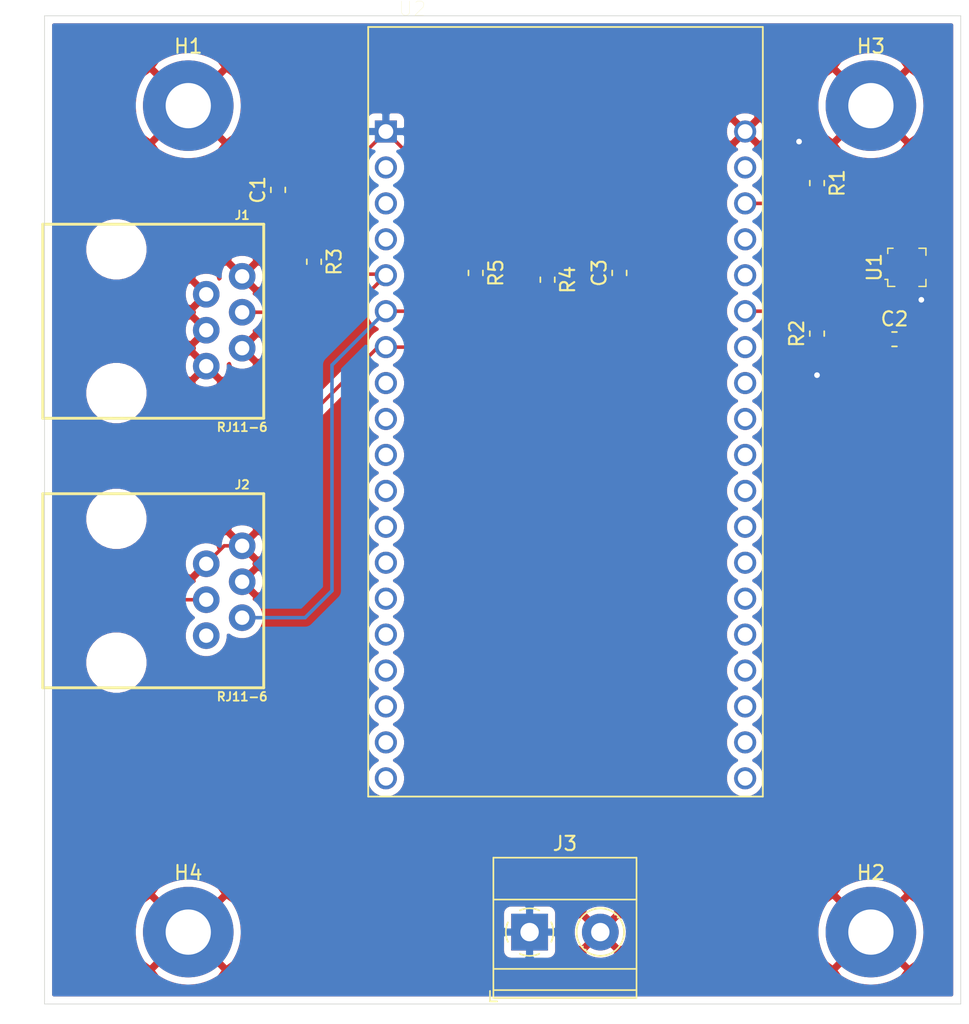
<source format=kicad_pcb>
(kicad_pcb (version 20171130) (host pcbnew 5.1.7-a382d34a8~88~ubuntu20.04.1)

  (general
    (thickness 1.6)
    (drawings 4)
    (tracks 61)
    (zones 0)
    (modules 17)
    (nets 40)
  )

  (page A4)
  (layers
    (0 F.Cu signal)
    (31 B.Cu signal)
    (32 B.Adhes user)
    (33 F.Adhes user)
    (34 B.Paste user)
    (35 F.Paste user)
    (36 B.SilkS user)
    (37 F.SilkS user)
    (38 B.Mask user)
    (39 F.Mask user)
    (40 Dwgs.User user)
    (41 Cmts.User user)
    (42 Eco1.User user)
    (43 Eco2.User user)
    (44 Edge.Cuts user)
    (45 Margin user)
    (46 B.CrtYd user)
    (47 F.CrtYd user)
    (48 B.Fab user)
    (49 F.Fab user)
  )

  (setup
    (last_trace_width 0.25)
    (trace_clearance 0.2)
    (zone_clearance 0.508)
    (zone_45_only no)
    (trace_min 0.2)
    (via_size 0.8)
    (via_drill 0.4)
    (via_min_size 0.4)
    (via_min_drill 0.3)
    (uvia_size 0.3)
    (uvia_drill 0.1)
    (uvias_allowed no)
    (uvia_min_size 0.2)
    (uvia_min_drill 0.1)
    (edge_width 0.05)
    (segment_width 0.2)
    (pcb_text_width 0.3)
    (pcb_text_size 1.5 1.5)
    (mod_edge_width 0.12)
    (mod_text_size 1 1)
    (mod_text_width 0.15)
    (pad_size 1.524 1.524)
    (pad_drill 0.762)
    (pad_to_mask_clearance 0.05)
    (aux_axis_origin 0 0)
    (visible_elements FFFFFF7F)
    (pcbplotparams
      (layerselection 0x010fc_ffffffff)
      (usegerberextensions false)
      (usegerberattributes true)
      (usegerberadvancedattributes true)
      (creategerberjobfile true)
      (excludeedgelayer true)
      (linewidth 0.100000)
      (plotframeref false)
      (viasonmask false)
      (mode 1)
      (useauxorigin false)
      (hpglpennumber 1)
      (hpglpenspeed 20)
      (hpglpendiameter 15.000000)
      (psnegative false)
      (psa4output false)
      (plotreference true)
      (plotvalue true)
      (plotinvisibletext false)
      (padsonsilk false)
      (subtractmaskfromsilk false)
      (outputformat 1)
      (mirror false)
      (drillshape 1)
      (scaleselection 1)
      (outputdirectory ""))
  )

  (net 0 "")
  (net 1 VDD)
  (net 2 GND)
  (net 3 "Net-(J2-Pad6)")
  (net 4 /SCL)
  (net 5 /SDA)
  (net 6 "Net-(U2-Pad2)")
  (net 7 "Net-(U2-Pad19)")
  (net 8 "Net-(U2-Pad3)")
  (net 9 "Net-(U2-Pad4)")
  (net 10 "Net-(U2-Pad8)")
  (net 11 "Net-(U2-Pad9)")
  (net 12 "Net-(U2-Pad10)")
  (net 13 "Net-(U2-Pad11)")
  (net 14 "Net-(U2-Pad12)")
  (net 15 "Net-(U2-Pad13)")
  (net 16 "Net-(U2-Pad14)")
  (net 17 "Net-(U2-Pad15)")
  (net 18 "Net-(U2-Pad16)")
  (net 19 "Net-(U2-Pad17)")
  (net 20 "Net-(U2-Pad18)")
  (net 21 "Net-(U2-Pad21)")
  (net 22 "Net-(U2-Pad23)")
  (net 23 "Net-(U2-Pad24)")
  (net 24 "Net-(U2-Pad26)")
  (net 25 "Net-(U2-Pad27)")
  (net 26 "Net-(U2-Pad28)")
  (net 27 "Net-(U2-Pad29)")
  (net 28 "Net-(U2-Pad30)")
  (net 29 "Net-(U2-Pad31)")
  (net 30 "Net-(U2-Pad32)")
  (net 31 "Net-(U2-Pad33)")
  (net 32 "Net-(U2-Pad34)")
  (net 33 "Net-(U2-Pad35)")
  (net 34 "Net-(U2-Pad36)")
  (net 35 "Net-(U2-Pad37)")
  (net 36 "Net-(U2-Pad38)")
  (net 37 /RAIN)
  (net 38 /WIND_DIR)
  (net 39 /WIND_SPD)

  (net_class Default "This is the default net class."
    (clearance 0.2)
    (trace_width 0.25)
    (via_dia 0.8)
    (via_drill 0.4)
    (uvia_dia 0.3)
    (uvia_drill 0.1)
    (add_net /RAIN)
    (add_net /SCL)
    (add_net /SDA)
    (add_net /WIND_DIR)
    (add_net /WIND_SPD)
    (add_net GND)
    (add_net "Net-(J2-Pad6)")
    (add_net "Net-(U2-Pad10)")
    (add_net "Net-(U2-Pad11)")
    (add_net "Net-(U2-Pad12)")
    (add_net "Net-(U2-Pad13)")
    (add_net "Net-(U2-Pad14)")
    (add_net "Net-(U2-Pad15)")
    (add_net "Net-(U2-Pad16)")
    (add_net "Net-(U2-Pad17)")
    (add_net "Net-(U2-Pad18)")
    (add_net "Net-(U2-Pad19)")
    (add_net "Net-(U2-Pad2)")
    (add_net "Net-(U2-Pad21)")
    (add_net "Net-(U2-Pad23)")
    (add_net "Net-(U2-Pad24)")
    (add_net "Net-(U2-Pad26)")
    (add_net "Net-(U2-Pad27)")
    (add_net "Net-(U2-Pad28)")
    (add_net "Net-(U2-Pad29)")
    (add_net "Net-(U2-Pad3)")
    (add_net "Net-(U2-Pad30)")
    (add_net "Net-(U2-Pad31)")
    (add_net "Net-(U2-Pad32)")
    (add_net "Net-(U2-Pad33)")
    (add_net "Net-(U2-Pad34)")
    (add_net "Net-(U2-Pad35)")
    (add_net "Net-(U2-Pad36)")
    (add_net "Net-(U2-Pad37)")
    (add_net "Net-(U2-Pad38)")
    (add_net "Net-(U2-Pad4)")
    (add_net "Net-(U2-Pad8)")
    (add_net "Net-(U2-Pad9)")
    (add_net VDD)
  )

  (module Capacitor_SMD:C_0603_1608Metric_Pad1.05x0.95mm_HandSolder (layer F.Cu) (tedit 5B301BBE) (tstamp 60513AAE)
    (at 143.51 76.595 90)
    (descr "Capacitor SMD 0603 (1608 Metric), square (rectangular) end terminal, IPC_7351 nominal with elongated pad for handsoldering. (Body size source: http://www.tortai-tech.com/upload/download/2011102023233369053.pdf), generated with kicad-footprint-generator")
    (tags "capacitor handsolder")
    (path /5F63B6B2)
    (attr smd)
    (fp_text reference C3 (at 0 -1.43 90) (layer F.SilkS)
      (effects (font (size 1 1) (thickness 0.15)))
    )
    (fp_text value 10pF (at 0 1.43 90) (layer F.Fab)
      (effects (font (size 1 1) (thickness 0.15)))
    )
    (fp_line (start 1.65 0.73) (end -1.65 0.73) (layer F.CrtYd) (width 0.05))
    (fp_line (start 1.65 -0.73) (end 1.65 0.73) (layer F.CrtYd) (width 0.05))
    (fp_line (start -1.65 -0.73) (end 1.65 -0.73) (layer F.CrtYd) (width 0.05))
    (fp_line (start -1.65 0.73) (end -1.65 -0.73) (layer F.CrtYd) (width 0.05))
    (fp_line (start -0.171267 0.51) (end 0.171267 0.51) (layer F.SilkS) (width 0.12))
    (fp_line (start -0.171267 -0.51) (end 0.171267 -0.51) (layer F.SilkS) (width 0.12))
    (fp_line (start 0.8 0.4) (end -0.8 0.4) (layer F.Fab) (width 0.1))
    (fp_line (start 0.8 -0.4) (end 0.8 0.4) (layer F.Fab) (width 0.1))
    (fp_line (start -0.8 -0.4) (end 0.8 -0.4) (layer F.Fab) (width 0.1))
    (fp_line (start -0.8 0.4) (end -0.8 -0.4) (layer F.Fab) (width 0.1))
    (fp_text user %R (at 0 0 90) (layer F.Fab)
      (effects (font (size 0.4 0.4) (thickness 0.06)))
    )
    (pad 2 smd roundrect (at 0.875 0 90) (size 1.05 0.95) (layers F.Cu F.Paste F.Mask) (roundrect_rratio 0.25)
      (net 2 GND))
    (pad 1 smd roundrect (at -0.875 0 90) (size 1.05 0.95) (layers F.Cu F.Paste F.Mask) (roundrect_rratio 0.25)
      (net 39 /WIND_SPD))
    (model ${KISYS3DMOD}/Capacitor_SMD.3dshapes/C_0603_1608Metric.wrl
      (at (xyz 0 0 0))
      (scale (xyz 1 1 1))
      (rotate (xyz 0 0 0))
    )
  )

  (module Resistor_SMD:R_0603_1608Metric_Pad1.05x0.95mm_HandSolder (layer F.Cu) (tedit 5B301BBD) (tstamp 60512830)
    (at 133.35 76.595 270)
    (descr "Resistor SMD 0603 (1608 Metric), square (rectangular) end terminal, IPC_7351 nominal with elongated pad for handsoldering. (Body size source: http://www.tortai-tech.com/upload/download/2011102023233369053.pdf), generated with kicad-footprint-generator")
    (tags "resistor handsolder")
    (path /5F5CD842)
    (attr smd)
    (fp_text reference R5 (at 0 -1.43 90) (layer F.SilkS)
      (effects (font (size 1 1) (thickness 0.15)))
    )
    (fp_text value 4.7k (at 0 1.43 90) (layer F.Fab)
      (effects (font (size 1 1) (thickness 0.15)))
    )
    (fp_line (start 1.65 0.73) (end -1.65 0.73) (layer F.CrtYd) (width 0.05))
    (fp_line (start 1.65 -0.73) (end 1.65 0.73) (layer F.CrtYd) (width 0.05))
    (fp_line (start -1.65 -0.73) (end 1.65 -0.73) (layer F.CrtYd) (width 0.05))
    (fp_line (start -1.65 0.73) (end -1.65 -0.73) (layer F.CrtYd) (width 0.05))
    (fp_line (start -0.171267 0.51) (end 0.171267 0.51) (layer F.SilkS) (width 0.12))
    (fp_line (start -0.171267 -0.51) (end 0.171267 -0.51) (layer F.SilkS) (width 0.12))
    (fp_line (start 0.8 0.4) (end -0.8 0.4) (layer F.Fab) (width 0.1))
    (fp_line (start 0.8 -0.4) (end 0.8 0.4) (layer F.Fab) (width 0.1))
    (fp_line (start -0.8 -0.4) (end 0.8 -0.4) (layer F.Fab) (width 0.1))
    (fp_line (start -0.8 0.4) (end -0.8 -0.4) (layer F.Fab) (width 0.1))
    (fp_text user %R (at 0 0 90) (layer F.Fab)
      (effects (font (size 0.4 0.4) (thickness 0.06)))
    )
    (pad 2 smd roundrect (at 0.875 0 270) (size 1.05 0.95) (layers F.Cu F.Paste F.Mask) (roundrect_rratio 0.25)
      (net 38 /WIND_DIR))
    (pad 1 smd roundrect (at -0.875 0 270) (size 1.05 0.95) (layers F.Cu F.Paste F.Mask) (roundrect_rratio 0.25)
      (net 1 VDD))
    (model ${KISYS3DMOD}/Resistor_SMD.3dshapes/R_0603_1608Metric.wrl
      (at (xyz 0 0 0))
      (scale (xyz 1 1 1))
      (rotate (xyz 0 0 0))
    )
  )

  (module Resistor_SMD:R_0603_1608Metric_Pad1.05x0.95mm_HandSolder (layer F.Cu) (tedit 5B301BBD) (tstamp 60511833)
    (at 138.43 77.075 270)
    (descr "Resistor SMD 0603 (1608 Metric), square (rectangular) end terminal, IPC_7351 nominal with elongated pad for handsoldering. (Body size source: http://www.tortai-tech.com/upload/download/2011102023233369053.pdf), generated with kicad-footprint-generator")
    (tags "resistor handsolder")
    (path /5F5E8AAF)
    (attr smd)
    (fp_text reference R4 (at 0 -1.43 90) (layer F.SilkS)
      (effects (font (size 1 1) (thickness 0.15)))
    )
    (fp_text value 100k (at 0 1.43 90) (layer F.Fab)
      (effects (font (size 1 1) (thickness 0.15)))
    )
    (fp_line (start 1.65 0.73) (end -1.65 0.73) (layer F.CrtYd) (width 0.05))
    (fp_line (start 1.65 -0.73) (end 1.65 0.73) (layer F.CrtYd) (width 0.05))
    (fp_line (start -1.65 -0.73) (end 1.65 -0.73) (layer F.CrtYd) (width 0.05))
    (fp_line (start -1.65 0.73) (end -1.65 -0.73) (layer F.CrtYd) (width 0.05))
    (fp_line (start -0.171267 0.51) (end 0.171267 0.51) (layer F.SilkS) (width 0.12))
    (fp_line (start -0.171267 -0.51) (end 0.171267 -0.51) (layer F.SilkS) (width 0.12))
    (fp_line (start 0.8 0.4) (end -0.8 0.4) (layer F.Fab) (width 0.1))
    (fp_line (start 0.8 -0.4) (end 0.8 0.4) (layer F.Fab) (width 0.1))
    (fp_line (start -0.8 -0.4) (end 0.8 -0.4) (layer F.Fab) (width 0.1))
    (fp_line (start -0.8 0.4) (end -0.8 -0.4) (layer F.Fab) (width 0.1))
    (fp_text user %R (at 0 0 90) (layer F.Fab)
      (effects (font (size 0.4 0.4) (thickness 0.06)))
    )
    (pad 2 smd roundrect (at 0.875 0 270) (size 1.05 0.95) (layers F.Cu F.Paste F.Mask) (roundrect_rratio 0.25)
      (net 39 /WIND_SPD))
    (pad 1 smd roundrect (at -0.875 0 270) (size 1.05 0.95) (layers F.Cu F.Paste F.Mask) (roundrect_rratio 0.25)
      (net 1 VDD))
    (model ${KISYS3DMOD}/Resistor_SMD.3dshapes/R_0603_1608Metric.wrl
      (at (xyz 0 0 0))
      (scale (xyz 1 1 1))
      (rotate (xyz 0 0 0))
    )
  )

  (module Resistor_SMD:R_0603_1608Metric_Pad1.05x0.95mm_HandSolder (layer F.Cu) (tedit 5B301BBD) (tstamp 605135F6)
    (at 121.92 75.805 270)
    (descr "Resistor SMD 0603 (1608 Metric), square (rectangular) end terminal, IPC_7351 nominal with elongated pad for handsoldering. (Body size source: http://www.tortai-tech.com/upload/download/2011102023233369053.pdf), generated with kicad-footprint-generator")
    (tags "resistor handsolder")
    (path /5F5102BE)
    (attr smd)
    (fp_text reference R3 (at 0 -1.43 90) (layer F.SilkS)
      (effects (font (size 1 1) (thickness 0.15)))
    )
    (fp_text value 100k (at 0 1.43 90) (layer F.Fab)
      (effects (font (size 1 1) (thickness 0.15)))
    )
    (fp_line (start 1.65 0.73) (end -1.65 0.73) (layer F.CrtYd) (width 0.05))
    (fp_line (start 1.65 -0.73) (end 1.65 0.73) (layer F.CrtYd) (width 0.05))
    (fp_line (start -1.65 -0.73) (end 1.65 -0.73) (layer F.CrtYd) (width 0.05))
    (fp_line (start -1.65 0.73) (end -1.65 -0.73) (layer F.CrtYd) (width 0.05))
    (fp_line (start -0.171267 0.51) (end 0.171267 0.51) (layer F.SilkS) (width 0.12))
    (fp_line (start -0.171267 -0.51) (end 0.171267 -0.51) (layer F.SilkS) (width 0.12))
    (fp_line (start 0.8 0.4) (end -0.8 0.4) (layer F.Fab) (width 0.1))
    (fp_line (start 0.8 -0.4) (end 0.8 0.4) (layer F.Fab) (width 0.1))
    (fp_line (start -0.8 -0.4) (end 0.8 -0.4) (layer F.Fab) (width 0.1))
    (fp_line (start -0.8 0.4) (end -0.8 -0.4) (layer F.Fab) (width 0.1))
    (fp_text user %R (at 0 0 90) (layer F.Fab)
      (effects (font (size 0.4 0.4) (thickness 0.06)))
    )
    (pad 2 smd roundrect (at 0.875 0 270) (size 1.05 0.95) (layers F.Cu F.Paste F.Mask) (roundrect_rratio 0.25)
      (net 37 /RAIN))
    (pad 1 smd roundrect (at -0.875 0 270) (size 1.05 0.95) (layers F.Cu F.Paste F.Mask) (roundrect_rratio 0.25)
      (net 1 VDD))
    (model ${KISYS3DMOD}/Resistor_SMD.3dshapes/R_0603_1608Metric.wrl
      (at (xyz 0 0 0))
      (scale (xyz 1 1 1))
      (rotate (xyz 0 0 0))
    )
  )

  (module Capacitor_SMD:C_0603_1608Metric_Pad1.05x0.95mm_HandSolder (layer F.Cu) (tedit 5B301BBE) (tstamp 5F532386)
    (at 119.38 70.725 90)
    (descr "Capacitor SMD 0603 (1608 Metric), square (rectangular) end terminal, IPC_7351 nominal with elongated pad for handsoldering. (Body size source: http://www.tortai-tech.com/upload/download/2011102023233369053.pdf), generated with kicad-footprint-generator")
    (tags "capacitor handsolder")
    (path /5F5253B2)
    (attr smd)
    (fp_text reference C1 (at 0 -1.43 90) (layer F.SilkS)
      (effects (font (size 1 1) (thickness 0.15)))
    )
    (fp_text value 10pF (at 0 1.43 90) (layer F.Fab)
      (effects (font (size 1 1) (thickness 0.15)))
    )
    (fp_line (start 1.65 0.73) (end -1.65 0.73) (layer F.CrtYd) (width 0.05))
    (fp_line (start 1.65 -0.73) (end 1.65 0.73) (layer F.CrtYd) (width 0.05))
    (fp_line (start -1.65 -0.73) (end 1.65 -0.73) (layer F.CrtYd) (width 0.05))
    (fp_line (start -1.65 0.73) (end -1.65 -0.73) (layer F.CrtYd) (width 0.05))
    (fp_line (start -0.171267 0.51) (end 0.171267 0.51) (layer F.SilkS) (width 0.12))
    (fp_line (start -0.171267 -0.51) (end 0.171267 -0.51) (layer F.SilkS) (width 0.12))
    (fp_line (start 0.8 0.4) (end -0.8 0.4) (layer F.Fab) (width 0.1))
    (fp_line (start 0.8 -0.4) (end 0.8 0.4) (layer F.Fab) (width 0.1))
    (fp_line (start -0.8 -0.4) (end 0.8 -0.4) (layer F.Fab) (width 0.1))
    (fp_line (start -0.8 0.4) (end -0.8 -0.4) (layer F.Fab) (width 0.1))
    (fp_text user %R (at 0 0 90) (layer F.Fab)
      (effects (font (size 0.4 0.4) (thickness 0.06)))
    )
    (pad 2 smd roundrect (at 0.875 0 90) (size 1.05 0.95) (layers F.Cu F.Paste F.Mask) (roundrect_rratio 0.25)
      (net 2 GND))
    (pad 1 smd roundrect (at -0.875 0 90) (size 1.05 0.95) (layers F.Cu F.Paste F.Mask) (roundrect_rratio 0.25)
      (net 37 /RAIN))
    (model ${KISYS3DMOD}/Capacitor_SMD.3dshapes/C_0603_1608Metric.wrl
      (at (xyz 0 0 0))
      (scale (xyz 1 1 1))
      (rotate (xyz 0 0 0))
    )
  )

  (module Capacitor_SMD:C_0603_1608Metric_Pad1.05x0.95mm_HandSolder (layer F.Cu) (tedit 5B301BBE) (tstamp 5F4E960B)
    (at 162.955 81.28)
    (descr "Capacitor SMD 0603 (1608 Metric), square (rectangular) end terminal, IPC_7351 nominal with elongated pad for handsoldering. (Body size source: http://www.tortai-tech.com/upload/download/2011102023233369053.pdf), generated with kicad-footprint-generator")
    (tags "capacitor handsolder")
    (path /5F15DE3E)
    (attr smd)
    (fp_text reference C2 (at 0 -1.43) (layer F.SilkS)
      (effects (font (size 1 1) (thickness 0.15)))
    )
    (fp_text value 100nF (at 0 1.43) (layer F.Fab)
      (effects (font (size 1 1) (thickness 0.15)))
    )
    (fp_line (start 1.65 0.73) (end -1.65 0.73) (layer F.CrtYd) (width 0.05))
    (fp_line (start 1.65 -0.73) (end 1.65 0.73) (layer F.CrtYd) (width 0.05))
    (fp_line (start -1.65 -0.73) (end 1.65 -0.73) (layer F.CrtYd) (width 0.05))
    (fp_line (start -1.65 0.73) (end -1.65 -0.73) (layer F.CrtYd) (width 0.05))
    (fp_line (start -0.171267 0.51) (end 0.171267 0.51) (layer F.SilkS) (width 0.12))
    (fp_line (start -0.171267 -0.51) (end 0.171267 -0.51) (layer F.SilkS) (width 0.12))
    (fp_line (start 0.8 0.4) (end -0.8 0.4) (layer F.Fab) (width 0.1))
    (fp_line (start 0.8 -0.4) (end 0.8 0.4) (layer F.Fab) (width 0.1))
    (fp_line (start -0.8 -0.4) (end 0.8 -0.4) (layer F.Fab) (width 0.1))
    (fp_line (start -0.8 0.4) (end -0.8 -0.4) (layer F.Fab) (width 0.1))
    (fp_text user %R (at 0 0) (layer F.Fab)
      (effects (font (size 0.4 0.4) (thickness 0.06)))
    )
    (pad 1 smd roundrect (at -0.875 0) (size 1.05 0.95) (layers F.Cu F.Paste F.Mask) (roundrect_rratio 0.25)
      (net 1 VDD))
    (pad 2 smd roundrect (at 0.875 0) (size 1.05 0.95) (layers F.Cu F.Paste F.Mask) (roundrect_rratio 0.25)
      (net 2 GND))
    (model ${KISYS3DMOD}/Capacitor_SMD.3dshapes/C_0603_1608Metric.wrl
      (at (xyz 0 0 0))
      (scale (xyz 1 1 1))
      (rotate (xyz 0 0 0))
    )
  )

  (module MountingHole:MountingHole_3.2mm_M3_Pad (layer F.Cu) (tedit 56D1B4CB) (tstamp 5F532452)
    (at 113.03 64.77)
    (descr "Mounting Hole 3.2mm, M3")
    (tags "mounting hole 3.2mm m3")
    (path /5F1BA88B)
    (attr virtual)
    (fp_text reference H1 (at 0 -4.2) (layer F.SilkS)
      (effects (font (size 1 1) (thickness 0.15)))
    )
    (fp_text value MountingHole_Pad (at 0 4.2) (layer F.Fab)
      (effects (font (size 1 1) (thickness 0.15)))
    )
    (fp_circle (center 0 0) (end 3.2 0) (layer Cmts.User) (width 0.15))
    (fp_circle (center 0 0) (end 3.45 0) (layer F.CrtYd) (width 0.05))
    (fp_text user %R (at 0.3 0) (layer F.Fab)
      (effects (font (size 1 1) (thickness 0.15)))
    )
    (pad 1 thru_hole circle (at 0 0) (size 6.4 6.4) (drill 3.2) (layers *.Cu *.Mask)
      (net 2 GND))
  )

  (module MountingHole:MountingHole_3.2mm_M3_Pad (layer F.Cu) (tedit 56D1B4CB) (tstamp 5F5323DD)
    (at 161.29 123.19)
    (descr "Mounting Hole 3.2mm, M3")
    (tags "mounting hole 3.2mm m3")
    (path /5F1BAF09)
    (attr virtual)
    (fp_text reference H2 (at 0 -4.2) (layer F.SilkS)
      (effects (font (size 1 1) (thickness 0.15)))
    )
    (fp_text value MountingHole_Pad (at 0 4.2) (layer F.Fab)
      (effects (font (size 1 1) (thickness 0.15)))
    )
    (fp_circle (center 0 0) (end 3.2 0) (layer Cmts.User) (width 0.15))
    (fp_circle (center 0 0) (end 3.45 0) (layer F.CrtYd) (width 0.05))
    (fp_text user %R (at 0.3 0) (layer F.Fab)
      (effects (font (size 1 1) (thickness 0.15)))
    )
    (pad 1 thru_hole circle (at 0 0) (size 6.4 6.4) (drill 3.2) (layers *.Cu *.Mask)
      (net 2 GND))
  )

  (module MountingHole:MountingHole_3.2mm_M3_Pad (layer F.Cu) (tedit 56D1B4CB) (tstamp 6051322B)
    (at 161.29 64.77)
    (descr "Mounting Hole 3.2mm, M3")
    (tags "mounting hole 3.2mm m3")
    (path /5F1BA54B)
    (attr virtual)
    (fp_text reference H3 (at 0 -4.2) (layer F.SilkS)
      (effects (font (size 1 1) (thickness 0.15)))
    )
    (fp_text value MountingHole_Pad (at 0 4.2) (layer F.Fab)
      (effects (font (size 1 1) (thickness 0.15)))
    )
    (fp_circle (center 0 0) (end 3.45 0) (layer F.CrtYd) (width 0.05))
    (fp_circle (center 0 0) (end 3.2 0) (layer Cmts.User) (width 0.15))
    (fp_text user %R (at 0.3 0) (layer F.Fab)
      (effects (font (size 1 1) (thickness 0.15)))
    )
    (pad 1 thru_hole circle (at 0 0) (size 6.4 6.4) (drill 3.2) (layers *.Cu *.Mask)
      (net 2 GND))
  )

  (module MountingHole:MountingHole_3.2mm_M3_Pad (layer F.Cu) (tedit 56D1B4CB) (tstamp 5F5323F2)
    (at 113.03 123.19)
    (descr "Mounting Hole 3.2mm, M3")
    (tags "mounting hole 3.2mm m3")
    (path /5F1BABDB)
    (attr virtual)
    (fp_text reference H4 (at 0 -4.2) (layer F.SilkS)
      (effects (font (size 1 1) (thickness 0.15)))
    )
    (fp_text value MountingHole_Pad (at 0 4.2) (layer F.Fab)
      (effects (font (size 1 1) (thickness 0.15)))
    )
    (fp_circle (center 0 0) (end 3.45 0) (layer F.CrtYd) (width 0.05))
    (fp_circle (center 0 0) (end 3.2 0) (layer Cmts.User) (width 0.15))
    (fp_text user %R (at 0.3 0) (layer F.Fab)
      (effects (font (size 1 1) (thickness 0.15)))
    )
    (pad 1 thru_hole circle (at 0 0) (size 6.4 6.4) (drill 3.2) (layers *.Cu *.Mask)
      (net 2 GND))
  )

  (module Connectors:RJ11-6 (layer F.Cu) (tedit 200000) (tstamp 5F532427)
    (at 107.95 80.01 270)
    (descr "RJ11 6-PIN SOCKET WITH PCB MOUNTING POST")
    (tags "RJ11 6-PIN SOCKET WITH PCB MOUNTING POST")
    (path /5F14B6DF)
    (attr virtual)
    (fp_text reference J1 (at -7.493 -8.89) (layer F.SilkS)
      (effects (font (size 0.6096 0.6096) (thickness 0.127)))
    )
    (fp_text value RJ11-6 (at 7.493 -8.89) (layer F.SilkS)
      (effects (font (size 0.6096 0.6096) (thickness 0.127)))
    )
    (fp_line (start 6.858 8.128) (end 6.858 5.207) (layer Dwgs.User) (width 0.2032))
    (fp_line (start -6.858 8.128) (end 6.858 8.128) (layer Dwgs.User) (width 0.2032))
    (fp_line (start -6.858 5.207) (end -6.858 8.128) (layer Dwgs.User) (width 0.2032))
    (fp_line (start 6.858 5.207) (end -6.858 5.207) (layer F.SilkS) (width 0.2032))
    (fp_line (start -6.858 -10.414) (end -6.858 5.207) (layer F.SilkS) (width 0.2032))
    (fp_line (start 6.858 -10.414) (end -6.858 -10.414) (layer F.SilkS) (width 0.2032))
    (fp_line (start 6.858 5.207) (end 6.858 -10.414) (layer F.SilkS) (width 0.2032))
    (pad 1 thru_hole circle (at -3.175 -8.89 270) (size 1.8796 1.8796) (drill 1.016) (layers *.Cu *.Mask)
      (net 2 GND) (solder_mask_margin 0.1016))
    (pad 2 thru_hole circle (at -1.905 -6.35 270) (size 1.8796 1.8796) (drill 1.016) (layers *.Cu *.Mask)
      (net 2 GND) (solder_mask_margin 0.1016))
    (pad 3 thru_hole circle (at -0.635 -8.89 270) (size 1.8796 1.8796) (drill 1.016) (layers *.Cu *.Mask)
      (net 37 /RAIN) (solder_mask_margin 0.1016))
    (pad 4 thru_hole circle (at 0.635 -6.35 270) (size 1.8796 1.8796) (drill 1.016) (layers *.Cu *.Mask)
      (net 2 GND) (solder_mask_margin 0.1016))
    (pad 5 thru_hole circle (at 1.905 -8.89 270) (size 1.8796 1.8796) (drill 1.016) (layers *.Cu *.Mask)
      (net 2 GND) (solder_mask_margin 0.1016))
    (pad 6 thru_hole circle (at 3.175 -6.35 270) (size 1.8796 1.8796) (drill 1.016) (layers *.Cu *.Mask)
      (net 2 GND) (solder_mask_margin 0.1016))
    (pad "" np_thru_hole circle (at -5.08 0 270) (size 3.2512 3.2512) (drill 3.2512) (layers *.Cu *.Mask)
      (solder_mask_margin 0.1016))
    (pad "" np_thru_hole circle (at 5.08 0 270) (size 3.2512 3.2512) (drill 3.2512) (layers *.Cu *.Mask)
      (solder_mask_margin 0.1016))
  )

  (module Connectors:RJ11-6 (layer F.Cu) (tedit 200000) (tstamp 60512EAB)
    (at 107.95 99.06 270)
    (descr "RJ11 6-PIN SOCKET WITH PCB MOUNTING POST")
    (tags "RJ11 6-PIN SOCKET WITH PCB MOUNTING POST")
    (path /5F14BBE3)
    (attr virtual)
    (fp_text reference J2 (at -7.493 -8.89) (layer F.SilkS)
      (effects (font (size 0.6096 0.6096) (thickness 0.127)))
    )
    (fp_text value RJ11-6 (at 7.493 -8.89) (layer F.SilkS)
      (effects (font (size 0.6096 0.6096) (thickness 0.127)))
    )
    (fp_line (start 6.858 5.207) (end 6.858 -10.414) (layer F.SilkS) (width 0.2032))
    (fp_line (start 6.858 -10.414) (end -6.858 -10.414) (layer F.SilkS) (width 0.2032))
    (fp_line (start -6.858 -10.414) (end -6.858 5.207) (layer F.SilkS) (width 0.2032))
    (fp_line (start 6.858 5.207) (end -6.858 5.207) (layer F.SilkS) (width 0.2032))
    (fp_line (start -6.858 5.207) (end -6.858 8.128) (layer Dwgs.User) (width 0.2032))
    (fp_line (start -6.858 8.128) (end 6.858 8.128) (layer Dwgs.User) (width 0.2032))
    (fp_line (start 6.858 8.128) (end 6.858 5.207) (layer Dwgs.User) (width 0.2032))
    (pad "" np_thru_hole circle (at 5.08 0 270) (size 3.2512 3.2512) (drill 3.2512) (layers *.Cu *.Mask)
      (solder_mask_margin 0.1016))
    (pad "" np_thru_hole circle (at -5.08 0 270) (size 3.2512 3.2512) (drill 3.2512) (layers *.Cu *.Mask)
      (solder_mask_margin 0.1016))
    (pad 6 thru_hole circle (at 3.175 -6.35 270) (size 1.8796 1.8796) (drill 1.016) (layers *.Cu *.Mask)
      (net 3 "Net-(J2-Pad6)") (solder_mask_margin 0.1016))
    (pad 5 thru_hole circle (at 1.905 -8.89 270) (size 1.8796 1.8796) (drill 1.016) (layers *.Cu *.Mask)
      (net 38 /WIND_DIR) (solder_mask_margin 0.1016))
    (pad 4 thru_hole circle (at 0.635 -6.35 270) (size 1.8796 1.8796) (drill 1.016) (layers *.Cu *.Mask)
      (net 39 /WIND_SPD) (solder_mask_margin 0.1016))
    (pad 3 thru_hole circle (at -0.635 -8.89 270) (size 1.8796 1.8796) (drill 1.016) (layers *.Cu *.Mask)
      (net 2 GND) (solder_mask_margin 0.1016))
    (pad 2 thru_hole circle (at -1.905 -6.35 270) (size 1.8796 1.8796) (drill 1.016) (layers *.Cu *.Mask)
      (net 2 GND) (solder_mask_margin 0.1016))
    (pad 1 thru_hole circle (at -3.175 -8.89 270) (size 1.8796 1.8796) (drill 1.016) (layers *.Cu *.Mask)
      (net 2 GND) (solder_mask_margin 0.1016))
  )

  (module TerminalBlock_Phoenix:TerminalBlock_Phoenix_MKDS-1,5-2_1x02_P5.00mm_Horizontal (layer F.Cu) (tedit 5B294EE5) (tstamp 5F5325ED)
    (at 137.16 123.19)
    (descr "Terminal Block Phoenix MKDS-1,5-2, 2 pins, pitch 5mm, size 10x9.8mm^2, drill diamater 1.3mm, pad diameter 2.6mm, see http://www.farnell.com/datasheets/100425.pdf, script-generated using https://github.com/pointhi/kicad-footprint-generator/scripts/TerminalBlock_Phoenix")
    (tags "THT Terminal Block Phoenix MKDS-1,5-2 pitch 5mm size 10x9.8mm^2 drill 1.3mm pad 2.6mm")
    (path /5F1B3D0E)
    (fp_text reference J3 (at 2.5 -6.26) (layer F.SilkS)
      (effects (font (size 1 1) (thickness 0.15)))
    )
    (fp_text value 1935161 (at 2.5 5.66) (layer F.Fab)
      (effects (font (size 1 1) (thickness 0.15)))
    )
    (fp_line (start 8 -5.71) (end -3 -5.71) (layer F.CrtYd) (width 0.05))
    (fp_line (start 8 5.1) (end 8 -5.71) (layer F.CrtYd) (width 0.05))
    (fp_line (start -3 5.1) (end 8 5.1) (layer F.CrtYd) (width 0.05))
    (fp_line (start -3 -5.71) (end -3 5.1) (layer F.CrtYd) (width 0.05))
    (fp_line (start -2.8 4.9) (end -2.3 4.9) (layer F.SilkS) (width 0.12))
    (fp_line (start -2.8 4.16) (end -2.8 4.9) (layer F.SilkS) (width 0.12))
    (fp_line (start 3.773 1.023) (end 3.726 1.069) (layer F.SilkS) (width 0.12))
    (fp_line (start 6.07 -1.275) (end 6.035 -1.239) (layer F.SilkS) (width 0.12))
    (fp_line (start 3.966 1.239) (end 3.931 1.274) (layer F.SilkS) (width 0.12))
    (fp_line (start 6.275 -1.069) (end 6.228 -1.023) (layer F.SilkS) (width 0.12))
    (fp_line (start 5.955 -1.138) (end 3.863 0.955) (layer F.Fab) (width 0.1))
    (fp_line (start 6.138 -0.955) (end 4.046 1.138) (layer F.Fab) (width 0.1))
    (fp_line (start 0.955 -1.138) (end -1.138 0.955) (layer F.Fab) (width 0.1))
    (fp_line (start 1.138 -0.955) (end -0.955 1.138) (layer F.Fab) (width 0.1))
    (fp_line (start 7.56 -5.261) (end 7.56 4.66) (layer F.SilkS) (width 0.12))
    (fp_line (start -2.56 -5.261) (end -2.56 4.66) (layer F.SilkS) (width 0.12))
    (fp_line (start -2.56 4.66) (end 7.56 4.66) (layer F.SilkS) (width 0.12))
    (fp_line (start -2.56 -5.261) (end 7.56 -5.261) (layer F.SilkS) (width 0.12))
    (fp_line (start -2.56 -2.301) (end 7.56 -2.301) (layer F.SilkS) (width 0.12))
    (fp_line (start -2.5 -2.3) (end 7.5 -2.3) (layer F.Fab) (width 0.1))
    (fp_line (start -2.56 2.6) (end 7.56 2.6) (layer F.SilkS) (width 0.12))
    (fp_line (start -2.5 2.6) (end 7.5 2.6) (layer F.Fab) (width 0.1))
    (fp_line (start -2.56 4.1) (end 7.56 4.1) (layer F.SilkS) (width 0.12))
    (fp_line (start -2.5 4.1) (end 7.5 4.1) (layer F.Fab) (width 0.1))
    (fp_line (start -2.5 4.1) (end -2.5 -5.2) (layer F.Fab) (width 0.1))
    (fp_line (start -2 4.6) (end -2.5 4.1) (layer F.Fab) (width 0.1))
    (fp_line (start 7.5 4.6) (end -2 4.6) (layer F.Fab) (width 0.1))
    (fp_line (start 7.5 -5.2) (end 7.5 4.6) (layer F.Fab) (width 0.1))
    (fp_line (start -2.5 -5.2) (end 7.5 -5.2) (layer F.Fab) (width 0.1))
    (fp_circle (center 5 0) (end 6.68 0) (layer F.SilkS) (width 0.12))
    (fp_circle (center 5 0) (end 6.5 0) (layer F.Fab) (width 0.1))
    (fp_circle (center 0 0) (end 1.5 0) (layer F.Fab) (width 0.1))
    (fp_arc (start 0 0) (end 0 1.68) (angle -24) (layer F.SilkS) (width 0.12))
    (fp_arc (start 0 0) (end 1.535 0.684) (angle -48) (layer F.SilkS) (width 0.12))
    (fp_arc (start 0 0) (end 0.684 -1.535) (angle -48) (layer F.SilkS) (width 0.12))
    (fp_arc (start 0 0) (end -1.535 -0.684) (angle -48) (layer F.SilkS) (width 0.12))
    (fp_arc (start 0 0) (end -0.684 1.535) (angle -25) (layer F.SilkS) (width 0.12))
    (fp_text user %R (at 2.5 3.2) (layer F.Fab)
      (effects (font (size 1 1) (thickness 0.15)))
    )
    (pad 1 thru_hole rect (at 0 0) (size 2.6 2.6) (drill 1.3) (layers *.Cu *.Mask)
      (net 1 VDD))
    (pad 2 thru_hole circle (at 5 0) (size 2.6 2.6) (drill 1.3) (layers *.Cu *.Mask)
      (net 2 GND))
    (model ${KISYS3DMOD}/TerminalBlock_Phoenix.3dshapes/TerminalBlock_Phoenix_MKDS-1,5-2_1x02_P5.00mm_Horizontal.wrl
      (at (xyz 0 0 0))
      (scale (xyz 1 1 1))
      (rotate (xyz 0 0 0))
    )
  )

  (module Resistor_SMD:R_0603_1608Metric_Pad1.05x0.95mm_HandSolder (layer F.Cu) (tedit 5B301BBD) (tstamp 5F4E968E)
    (at 157.48 70.245 270)
    (descr "Resistor SMD 0603 (1608 Metric), square (rectangular) end terminal, IPC_7351 nominal with elongated pad for handsoldering. (Body size source: http://www.tortai-tech.com/upload/download/2011102023233369053.pdf), generated with kicad-footprint-generator")
    (tags "resistor handsolder")
    (path /5F1598AF)
    (attr smd)
    (fp_text reference R1 (at 0 -1.43 90) (layer F.SilkS)
      (effects (font (size 1 1) (thickness 0.15)))
    )
    (fp_text value 4.7k (at 0 1.43 90) (layer F.Fab)
      (effects (font (size 1 1) (thickness 0.15)))
    )
    (fp_line (start 1.65 0.73) (end -1.65 0.73) (layer F.CrtYd) (width 0.05))
    (fp_line (start 1.65 -0.73) (end 1.65 0.73) (layer F.CrtYd) (width 0.05))
    (fp_line (start -1.65 -0.73) (end 1.65 -0.73) (layer F.CrtYd) (width 0.05))
    (fp_line (start -1.65 0.73) (end -1.65 -0.73) (layer F.CrtYd) (width 0.05))
    (fp_line (start -0.171267 0.51) (end 0.171267 0.51) (layer F.SilkS) (width 0.12))
    (fp_line (start -0.171267 -0.51) (end 0.171267 -0.51) (layer F.SilkS) (width 0.12))
    (fp_line (start 0.8 0.4) (end -0.8 0.4) (layer F.Fab) (width 0.1))
    (fp_line (start 0.8 -0.4) (end 0.8 0.4) (layer F.Fab) (width 0.1))
    (fp_line (start -0.8 -0.4) (end 0.8 -0.4) (layer F.Fab) (width 0.1))
    (fp_line (start -0.8 0.4) (end -0.8 -0.4) (layer F.Fab) (width 0.1))
    (fp_text user %R (at 0 0 90) (layer F.Fab)
      (effects (font (size 0.4 0.4) (thickness 0.06)))
    )
    (pad 1 smd roundrect (at -0.875 0 270) (size 1.05 0.95) (layers F.Cu F.Paste F.Mask) (roundrect_rratio 0.25)
      (net 1 VDD))
    (pad 2 smd roundrect (at 0.875 0 270) (size 1.05 0.95) (layers F.Cu F.Paste F.Mask) (roundrect_rratio 0.25)
      (net 4 /SCL))
    (model ${KISYS3DMOD}/Resistor_SMD.3dshapes/R_0603_1608Metric.wrl
      (at (xyz 0 0 0))
      (scale (xyz 1 1 1))
      (rotate (xyz 0 0 0))
    )
  )

  (module Resistor_SMD:R_0603_1608Metric_Pad1.05x0.95mm_HandSolder (layer F.Cu) (tedit 5B301BBD) (tstamp 60512754)
    (at 157.48 80.885 90)
    (descr "Resistor SMD 0603 (1608 Metric), square (rectangular) end terminal, IPC_7351 nominal with elongated pad for handsoldering. (Body size source: http://www.tortai-tech.com/upload/download/2011102023233369053.pdf), generated with kicad-footprint-generator")
    (tags "resistor handsolder")
    (path /5F15A6C8)
    (attr smd)
    (fp_text reference R2 (at 0 -1.43 90) (layer F.SilkS)
      (effects (font (size 1 1) (thickness 0.15)))
    )
    (fp_text value 4.7k (at 0 1.43 90) (layer F.Fab)
      (effects (font (size 1 1) (thickness 0.15)))
    )
    (fp_line (start -0.8 0.4) (end -0.8 -0.4) (layer F.Fab) (width 0.1))
    (fp_line (start -0.8 -0.4) (end 0.8 -0.4) (layer F.Fab) (width 0.1))
    (fp_line (start 0.8 -0.4) (end 0.8 0.4) (layer F.Fab) (width 0.1))
    (fp_line (start 0.8 0.4) (end -0.8 0.4) (layer F.Fab) (width 0.1))
    (fp_line (start -0.171267 -0.51) (end 0.171267 -0.51) (layer F.SilkS) (width 0.12))
    (fp_line (start -0.171267 0.51) (end 0.171267 0.51) (layer F.SilkS) (width 0.12))
    (fp_line (start -1.65 0.73) (end -1.65 -0.73) (layer F.CrtYd) (width 0.05))
    (fp_line (start -1.65 -0.73) (end 1.65 -0.73) (layer F.CrtYd) (width 0.05))
    (fp_line (start 1.65 -0.73) (end 1.65 0.73) (layer F.CrtYd) (width 0.05))
    (fp_line (start 1.65 0.73) (end -1.65 0.73) (layer F.CrtYd) (width 0.05))
    (fp_text user %R (at 0 0 90) (layer F.Fab)
      (effects (font (size 0.4 0.4) (thickness 0.06)))
    )
    (pad 2 smd roundrect (at 0.875 0 90) (size 1.05 0.95) (layers F.Cu F.Paste F.Mask) (roundrect_rratio 0.25)
      (net 5 /SDA))
    (pad 1 smd roundrect (at -0.875 0 90) (size 1.05 0.95) (layers F.Cu F.Paste F.Mask) (roundrect_rratio 0.25)
      (net 1 VDD))
    (model ${KISYS3DMOD}/Resistor_SMD.3dshapes/R_0603_1608Metric.wrl
      (at (xyz 0 0 0))
      (scale (xyz 1 1 1))
      (rotate (xyz 0 0 0))
    )
  )

  (module digikey-footprints:Pressure_Sensor_LGA-8_2.5x2.5mm_BME280 (layer F.Cu) (tedit 5D28959C) (tstamp 605126C5)
    (at 163.83 76.2 90)
    (path /5F1568CC)
    (attr smd)
    (fp_text reference U1 (at 0 -2.3 90) (layer F.SilkS)
      (effects (font (size 1 1) (thickness 0.15)))
    )
    (fp_text value BME280 (at 0 2.47 90) (layer F.Fab)
      (effects (font (size 1 1) (thickness 0.15)))
    )
    (fp_line (start -1.25 -1.25) (end 1.25 -1.25) (layer F.Fab) (width 0.1))
    (fp_line (start -1.25 1.25) (end -1.25 -1.25) (layer F.Fab) (width 0.1))
    (fp_line (start 1.25 1.25) (end -1.25 1.25) (layer F.Fab) (width 0.1))
    (fp_line (start 1.25 -1.25) (end 1.25 1.25) (layer F.Fab) (width 0.1))
    (fp_line (start 1.35 -1.35) (end 0.975 -1.35) (layer F.SilkS) (width 0.1))
    (fp_line (start 1.35 -1.35) (end 1.35 -0.975) (layer F.SilkS) (width 0.1))
    (fp_line (start -1.35 -1.35) (end -0.85 -1.35) (layer F.SilkS) (width 0.1))
    (fp_line (start -1.35 -1.35) (end -1.35 -0.85) (layer F.SilkS) (width 0.1))
    (fp_line (start -0.85 -1.35) (end -0.85 -1.55) (layer F.SilkS) (width 0.1))
    (fp_line (start -1.35 1.35) (end -0.85 1.35) (layer F.SilkS) (width 0.1))
    (fp_line (start -1.35 1.35) (end -1.35 0.85) (layer F.SilkS) (width 0.1))
    (fp_line (start 1.35 1.35) (end 0.85 1.35) (layer F.SilkS) (width 0.1))
    (fp_line (start 1.35 1.35) (end 1.35 0.85) (layer F.SilkS) (width 0.1))
    (fp_line (start 1.5 -1.5) (end 1.5 1.5) (layer F.CrtYd) (width 0.05))
    (fp_line (start 1.5 -1.5) (end -1.5 -1.5) (layer F.CrtYd) (width 0.05))
    (fp_line (start -1.5 -1.5) (end -1.5 1.5) (layer F.CrtYd) (width 0.05))
    (fp_line (start 1.5 1.5) (end -1.5 1.5) (layer F.CrtYd) (width 0.05))
    (fp_text user %R (at 0 0 90) (layer F.Fab)
      (effects (font (size 0.5 0.5) (thickness 0.05)))
    )
    (pad 1 smd rect (at -0.975 -1.025 90) (size 0.35 0.5) (layers F.Cu F.Paste F.Mask)
      (net 2 GND))
    (pad 2 smd rect (at -0.325 -1.025 90) (size 0.35 0.5) (layers F.Cu F.Paste F.Mask)
      (net 1 VDD))
    (pad 3 smd rect (at 0.325 -1.025 90) (size 0.35 0.5) (layers F.Cu F.Paste F.Mask)
      (net 5 /SDA))
    (pad 4 smd rect (at 0.975 -1.025 90) (size 0.35 0.5) (layers F.Cu F.Paste F.Mask)
      (net 4 /SCL))
    (pad 5 smd rect (at 0.975 1.024999 90) (size 0.35 0.5) (layers F.Cu F.Paste F.Mask)
      (net 1 VDD))
    (pad 6 smd rect (at 0.325 1.024999 90) (size 0.35 0.5) (layers F.Cu F.Paste F.Mask)
      (net 1 VDD))
    (pad 7 smd rect (at -0.325 1.024999 90) (size 0.35 0.5) (layers F.Cu F.Paste F.Mask)
      (net 2 GND))
    (pad 8 smd rect (at -0.975 1.024999 90) (size 0.35 0.5) (layers F.Cu F.Paste F.Mask)
      (net 1 VDD))
  )

  (module weather_station:MODULE_ESP32-DEVKITC-32D (layer F.Cu) (tedit 5F4967E8) (tstamp 60513126)
    (at 139.7 86.36)
    (path /5F49C879)
    (fp_text reference U2 (at -10.829175 -28.446045) (layer F.SilkS)
      (effects (font (size 1.000386 1.000386) (thickness 0.015)))
    )
    (fp_text value ESP32-DEVKITC-32D (at 1.24136 28.294535) (layer F.Fab)
      (effects (font (size 1.001047 1.001047) (thickness 0.015)))
    )
    (fp_circle (center -14.6 -19.9) (end -14.46 -19.9) (layer F.Fab) (width 0.28))
    (fp_circle (center -14.6 -19.9) (end -14.46 -19.9) (layer F.Fab) (width 0.28))
    (fp_line (start -14.2 27.5) (end -14.2 -27.4) (layer F.CrtYd) (width 0.05))
    (fp_line (start 14.2 27.5) (end -14.2 27.5) (layer F.CrtYd) (width 0.05))
    (fp_line (start 14.2 -27.4) (end 14.2 27.5) (layer F.CrtYd) (width 0.05))
    (fp_line (start -14.2 -27.4) (end 14.2 -27.4) (layer F.CrtYd) (width 0.05))
    (fp_line (start 13.95 27.25) (end -13.95 27.25) (layer F.SilkS) (width 0.127))
    (fp_line (start 13.95 -27.15) (end 13.95 27.25) (layer F.SilkS) (width 0.127))
    (fp_line (start -13.95 -27.15) (end 13.95 -27.15) (layer F.SilkS) (width 0.127))
    (fp_line (start -13.95 27.25) (end -13.95 -27.15) (layer F.SilkS) (width 0.127))
    (fp_line (start -13.95 27.25) (end -13.95 -27.15) (layer F.Fab) (width 0.127))
    (fp_line (start 13.95 27.25) (end -13.95 27.25) (layer F.Fab) (width 0.127))
    (fp_line (start 13.95 -27.15) (end 13.95 27.25) (layer F.Fab) (width 0.127))
    (fp_line (start -13.95 -27.15) (end 13.95 -27.15) (layer F.Fab) (width 0.127))
    (pad 1 thru_hole rect (at -12.7 -19.76) (size 1.56 1.56) (drill 1.04) (layers *.Cu *.Mask)
      (net 1 VDD))
    (pad 2 thru_hole circle (at -12.7 -17.22) (size 1.56 1.56) (drill 1.04) (layers *.Cu *.Mask)
      (net 6 "Net-(U2-Pad2)"))
    (pad 19 thru_hole circle (at -12.7 25.96) (size 1.56 1.56) (drill 1.04) (layers *.Cu *.Mask)
      (net 7 "Net-(U2-Pad19)"))
    (pad 3 thru_hole circle (at -12.7 -14.68) (size 1.56 1.56) (drill 1.04) (layers *.Cu *.Mask)
      (net 8 "Net-(U2-Pad3)"))
    (pad 4 thru_hole circle (at -12.7 -12.14) (size 1.56 1.56) (drill 1.04) (layers *.Cu *.Mask)
      (net 9 "Net-(U2-Pad4)"))
    (pad 5 thru_hole circle (at -12.7 -9.6) (size 1.56 1.56) (drill 1.04) (layers *.Cu *.Mask)
      (net 37 /RAIN))
    (pad 6 thru_hole circle (at -12.7 -7.06) (size 1.56 1.56) (drill 1.04) (layers *.Cu *.Mask)
      (net 38 /WIND_DIR))
    (pad 7 thru_hole circle (at -12.7 -4.52) (size 1.56 1.56) (drill 1.04) (layers *.Cu *.Mask)
      (net 39 /WIND_SPD))
    (pad 8 thru_hole circle (at -12.7 -1.98) (size 1.56 1.56) (drill 1.04) (layers *.Cu *.Mask)
      (net 10 "Net-(U2-Pad8)"))
    (pad 9 thru_hole circle (at -12.7 0.56) (size 1.56 1.56) (drill 1.04) (layers *.Cu *.Mask)
      (net 11 "Net-(U2-Pad9)"))
    (pad 10 thru_hole circle (at -12.7 3.1) (size 1.56 1.56) (drill 1.04) (layers *.Cu *.Mask)
      (net 12 "Net-(U2-Pad10)"))
    (pad 11 thru_hole circle (at -12.7 5.64) (size 1.56 1.56) (drill 1.04) (layers *.Cu *.Mask)
      (net 13 "Net-(U2-Pad11)"))
    (pad 12 thru_hole circle (at -12.7 8.18) (size 1.56 1.56) (drill 1.04) (layers *.Cu *.Mask)
      (net 14 "Net-(U2-Pad12)"))
    (pad 13 thru_hole circle (at -12.7 10.72) (size 1.56 1.56) (drill 1.04) (layers *.Cu *.Mask)
      (net 15 "Net-(U2-Pad13)"))
    (pad 14 thru_hole circle (at -12.7 13.26) (size 1.56 1.56) (drill 1.04) (layers *.Cu *.Mask)
      (net 16 "Net-(U2-Pad14)"))
    (pad 15 thru_hole circle (at -12.7 15.8) (size 1.56 1.56) (drill 1.04) (layers *.Cu *.Mask)
      (net 17 "Net-(U2-Pad15)"))
    (pad 16 thru_hole circle (at -12.7 18.34) (size 1.56 1.56) (drill 1.04) (layers *.Cu *.Mask)
      (net 18 "Net-(U2-Pad16)"))
    (pad 17 thru_hole circle (at -12.7 20.88) (size 1.56 1.56) (drill 1.04) (layers *.Cu *.Mask)
      (net 19 "Net-(U2-Pad17)"))
    (pad 18 thru_hole circle (at -12.7 23.42) (size 1.56 1.56) (drill 1.04) (layers *.Cu *.Mask)
      (net 20 "Net-(U2-Pad18)"))
    (pad 20 thru_hole circle (at 12.7 -19.76) (size 1.56 1.56) (drill 1.04) (layers *.Cu *.Mask)
      (net 2 GND))
    (pad 21 thru_hole circle (at 12.7 -17.22) (size 1.56 1.56) (drill 1.04) (layers *.Cu *.Mask)
      (net 21 "Net-(U2-Pad21)"))
    (pad 22 thru_hole circle (at 12.7 -14.68) (size 1.56 1.56) (drill 1.04) (layers *.Cu *.Mask)
      (net 4 /SCL))
    (pad 23 thru_hole circle (at 12.7 -12.14) (size 1.56 1.56) (drill 1.04) (layers *.Cu *.Mask)
      (net 22 "Net-(U2-Pad23)"))
    (pad 24 thru_hole circle (at 12.7 -9.6) (size 1.56 1.56) (drill 1.04) (layers *.Cu *.Mask)
      (net 23 "Net-(U2-Pad24)"))
    (pad 25 thru_hole circle (at 12.7 -7.06) (size 1.56 1.56) (drill 1.04) (layers *.Cu *.Mask)
      (net 5 /SDA))
    (pad 26 thru_hole circle (at 12.7 -4.52) (size 1.56 1.56) (drill 1.04) (layers *.Cu *.Mask)
      (net 24 "Net-(U2-Pad26)"))
    (pad 27 thru_hole circle (at 12.7 -1.98) (size 1.56 1.56) (drill 1.04) (layers *.Cu *.Mask)
      (net 25 "Net-(U2-Pad27)"))
    (pad 28 thru_hole circle (at 12.7 0.56) (size 1.56 1.56) (drill 1.04) (layers *.Cu *.Mask)
      (net 26 "Net-(U2-Pad28)"))
    (pad 29 thru_hole circle (at 12.7 3.1) (size 1.56 1.56) (drill 1.04) (layers *.Cu *.Mask)
      (net 27 "Net-(U2-Pad29)"))
    (pad 30 thru_hole circle (at 12.7 5.64) (size 1.56 1.56) (drill 1.04) (layers *.Cu *.Mask)
      (net 28 "Net-(U2-Pad30)"))
    (pad 31 thru_hole circle (at 12.7 8.18) (size 1.56 1.56) (drill 1.04) (layers *.Cu *.Mask)
      (net 29 "Net-(U2-Pad31)"))
    (pad 32 thru_hole circle (at 12.7 10.72) (size 1.56 1.56) (drill 1.04) (layers *.Cu *.Mask)
      (net 30 "Net-(U2-Pad32)"))
    (pad 33 thru_hole circle (at 12.7 13.26) (size 1.56 1.56) (drill 1.04) (layers *.Cu *.Mask)
      (net 31 "Net-(U2-Pad33)"))
    (pad 34 thru_hole circle (at 12.7 15.8) (size 1.56 1.56) (drill 1.04) (layers *.Cu *.Mask)
      (net 32 "Net-(U2-Pad34)"))
    (pad 35 thru_hole circle (at 12.7 18.34) (size 1.56 1.56) (drill 1.04) (layers *.Cu *.Mask)
      (net 33 "Net-(U2-Pad35)"))
    (pad 36 thru_hole circle (at 12.7 20.88) (size 1.56 1.56) (drill 1.04) (layers *.Cu *.Mask)
      (net 34 "Net-(U2-Pad36)"))
    (pad 37 thru_hole circle (at 12.7 23.42) (size 1.56 1.56) (drill 1.04) (layers *.Cu *.Mask)
      (net 35 "Net-(U2-Pad37)"))
    (pad 38 thru_hole circle (at 12.7 25.96) (size 1.56 1.56) (drill 1.04) (layers *.Cu *.Mask)
      (net 36 "Net-(U2-Pad38)"))
  )

  (gr_line (start 102.87 58.42) (end 167.64 58.42) (layer Edge.Cuts) (width 0.05) (tstamp 605114CD))
  (gr_line (start 102.87 128.27) (end 102.87 58.42) (layer Edge.Cuts) (width 0.05))
  (gr_line (start 167.64 128.27) (end 102.87 128.27) (layer Edge.Cuts) (width 0.05))
  (gr_line (start 167.64 58.42) (end 167.64 128.27) (layer Edge.Cuts) (width 0.05))

  (segment (start 121.92 71.68) (end 127 66.6) (width 0.25) (layer F.Cu) (net 1))
  (segment (start 121.92 74.93) (end 121.92 71.68) (width 0.25) (layer F.Cu) (net 1))
  (segment (start 157.96 81.28) (end 157.48 81.76) (width 0.25) (layer F.Cu) (net 1))
  (segment (start 162.08 81.28) (end 157.96 81.28) (width 0.25) (layer F.Cu) (net 1))
  (segment (start 163.955 77.175) (end 164.854999 77.175) (width 0.25) (layer F.Cu) (net 1))
  (segment (start 162.805 76.525) (end 163.305 76.525) (width 0.25) (layer F.Cu) (net 1))
  (segment (start 164.155 75.875) (end 163.405 76.625) (width 0.25) (layer F.Cu) (net 1))
  (segment (start 164.854999 75.875) (end 164.155 75.875) (width 0.25) (layer F.Cu) (net 1))
  (segment (start 163.405 76.625) (end 163.955 77.175) (width 0.25) (layer F.Cu) (net 1))
  (segment (start 163.305 76.525) (end 163.405 76.625) (width 0.25) (layer F.Cu) (net 1))
  (segment (start 164.854999 75.225) (end 164.854999 75.875) (width 0.25) (layer F.Cu) (net 1))
  (segment (start 164.854999 77.175) (end 164.854999 78.494999) (width 0.25) (layer F.Cu) (net 1))
  (via (at 164.854999 78.494999) (size 0.8) (drill 0.4) (layers F.Cu B.Cu) (net 1))
  (segment (start 157.48 81.76) (end 157.48 83.82) (width 0.25) (layer F.Cu) (net 1))
  (via (at 157.48 83.82) (size 0.8) (drill 0.4) (layers F.Cu B.Cu) (net 1))
  (segment (start 133.83 76.2) (end 133.35 75.72) (width 0.25) (layer F.Cu) (net 1))
  (segment (start 138.43 76.2) (end 133.83 76.2) (width 0.25) (layer F.Cu) (net 1))
  (segment (start 133.35 72.95) (end 127 66.6) (width 0.25) (layer F.Cu) (net 1))
  (segment (start 133.35 75.72) (end 133.35 72.95) (width 0.25) (layer F.Cu) (net 1))
  (via (at 156.21 67.31) (size 0.8) (drill 0.4) (layers F.Cu B.Cu) (net 1))
  (segment (start 157.48 68.58) (end 156.21 67.31) (width 0.25) (layer F.Cu) (net 1))
  (segment (start 157.48 69.37) (end 157.48 68.58) (width 0.25) (layer F.Cu) (net 1))
  (segment (start 163.83 78.2) (end 162.805 77.175) (width 0.25) (layer F.Cu) (net 2))
  (segment (start 163.83 81.28) (end 163.83 78.2) (width 0.25) (layer F.Cu) (net 2))
  (segment (start 166.37 78.74) (end 163.83 81.28) (width 0.25) (layer F.Cu) (net 2))
  (segment (start 166.37 77.47) (end 166.37 78.74) (width 0.25) (layer F.Cu) (net 2))
  (segment (start 165.425 76.525) (end 166.37 77.47) (width 0.25) (layer F.Cu) (net 2))
  (segment (start 164.854999 76.525) (end 165.425 76.525) (width 0.25) (layer F.Cu) (net 2))
  (segment (start 115.57 95.885) (end 116.84 95.885) (width 0.25) (layer F.Cu) (net 2))
  (segment (start 114.3 97.155) (end 115.57 95.885) (width 0.25) (layer F.Cu) (net 2))
  (segment (start 156.92 71.68) (end 157.48 71.12) (width 0.25) (layer F.Cu) (net 4))
  (segment (start 152.4 71.68) (end 156.92 71.68) (width 0.25) (layer F.Cu) (net 4))
  (segment (start 158.7 71.12) (end 162.805 75.225) (width 0.25) (layer F.Cu) (net 4))
  (segment (start 157.48 71.12) (end 158.7 71.12) (width 0.25) (layer F.Cu) (net 4))
  (segment (start 156.77 79.3) (end 157.48 80.01) (width 0.25) (layer F.Cu) (net 5))
  (segment (start 152.4 79.3) (end 156.77 79.3) (width 0.25) (layer F.Cu) (net 5))
  (segment (start 158.17 80.01) (end 157.48 80.01) (width 0.25) (layer F.Cu) (net 5))
  (segment (start 162.305 75.875) (end 158.17 80.01) (width 0.25) (layer F.Cu) (net 5))
  (segment (start 162.805 75.875) (end 162.305 75.875) (width 0.25) (layer F.Cu) (net 5))
  (segment (start 124.385 79.375) (end 127 76.76) (width 0.25) (layer F.Cu) (net 37))
  (segment (start 116.84 79.375) (end 124.385 79.375) (width 0.25) (layer F.Cu) (net 37))
  (segment (start 126.92 76.68) (end 127 76.76) (width 0.25) (layer F.Cu) (net 37))
  (segment (start 121.92 76.68) (end 126.92 76.68) (width 0.25) (layer F.Cu) (net 37))
  (segment (start 119.38 74.14) (end 121.92 76.68) (width 0.25) (layer F.Cu) (net 37))
  (segment (start 119.38 71.6) (end 119.38 74.14) (width 0.25) (layer F.Cu) (net 37))
  (segment (start 132.045 79.3) (end 127 79.3) (width 0.25) (layer F.Cu) (net 38))
  (segment (start 133.35 77.995) (end 132.045 79.3) (width 0.25) (layer F.Cu) (net 38))
  (segment (start 133.35 77.47) (end 133.35 77.995) (width 0.25) (layer F.Cu) (net 38))
  (segment (start 116.84 100.965) (end 121.285 100.965) (width 0.25) (layer B.Cu) (net 38))
  (segment (start 121.285 100.965) (end 123.19 99.06) (width 0.25) (layer B.Cu) (net 38))
  (segment (start 123.19 83.11) (end 127 79.3) (width 0.25) (layer B.Cu) (net 38))
  (segment (start 123.19 99.06) (end 123.19 83.11) (width 0.25) (layer B.Cu) (net 38))
  (segment (start 114.3 99.695) (end 112.395 99.695) (width 0.25) (layer F.Cu) (net 39))
  (segment (start 112.395 99.695) (end 111.76 99.06) (width 0.25) (layer F.Cu) (net 39))
  (segment (start 111.76 99.06) (end 111.76 96.52) (width 0.25) (layer F.Cu) (net 39))
  (segment (start 126.44 81.84) (end 127 81.84) (width 0.25) (layer F.Cu) (net 39))
  (segment (start 111.76 96.52) (end 126.44 81.84) (width 0.25) (layer F.Cu) (net 39))
  (segment (start 134.54 81.84) (end 127 81.84) (width 0.25) (layer F.Cu) (net 39))
  (segment (start 138.43 77.95) (end 134.54 81.84) (width 0.25) (layer F.Cu) (net 39))
  (segment (start 138.91 77.47) (end 138.43 77.95) (width 0.25) (layer F.Cu) (net 39))
  (segment (start 143.51 77.47) (end 138.91 77.47) (width 0.25) (layer F.Cu) (net 39))

  (zone (net 2) (net_name GND) (layer F.Cu) (tstamp 0) (hatch edge 0.508)
    (connect_pads (clearance 0.508))
    (min_thickness 0.254)
    (fill yes (arc_segments 32) (thermal_gap 0.508) (thermal_bridge_width 0.508))
    (polygon
      (pts
        (xy 167.64 128.27) (xy 102.87 128.27) (xy 102.87 58.42) (xy 167.64 58.42)
      )
    )
    (filled_polygon
      (pts
        (xy 166.980001 127.61) (xy 103.53 127.61) (xy 103.53 125.890881) (xy 110.508724 125.890881) (xy 110.868912 126.380548)
        (xy 111.532882 126.740849) (xy 112.254385 126.964694) (xy 113.005695 127.04348) (xy 113.757938 126.974178) (xy 114.482208 126.759452)
        (xy 115.15067 126.407555) (xy 115.191088 126.380548) (xy 115.551276 125.890881) (xy 158.768724 125.890881) (xy 159.128912 126.380548)
        (xy 159.792882 126.740849) (xy 160.514385 126.964694) (xy 161.265695 127.04348) (xy 162.017938 126.974178) (xy 162.742208 126.759452)
        (xy 163.41067 126.407555) (xy 163.451088 126.380548) (xy 163.811276 125.890881) (xy 161.29 123.369605) (xy 158.768724 125.890881)
        (xy 115.551276 125.890881) (xy 113.03 123.369605) (xy 110.508724 125.890881) (xy 103.53 125.890881) (xy 103.53 123.165695)
        (xy 109.17652 123.165695) (xy 109.245822 123.917938) (xy 109.460548 124.642208) (xy 109.812445 125.31067) (xy 109.839452 125.351088)
        (xy 110.329119 125.711276) (xy 112.850395 123.19) (xy 113.209605 123.19) (xy 115.730881 125.711276) (xy 116.220548 125.351088)
        (xy 116.580849 124.687118) (xy 116.804694 123.965615) (xy 116.88348 123.214305) (xy 116.814178 122.462062) (xy 116.644578 121.89)
        (xy 135.221928 121.89) (xy 135.221928 124.49) (xy 135.234188 124.614482) (xy 135.270498 124.73418) (xy 135.329463 124.844494)
        (xy 135.408815 124.941185) (xy 135.505506 125.020537) (xy 135.61582 125.079502) (xy 135.735518 125.115812) (xy 135.86 125.128072)
        (xy 138.46 125.128072) (xy 138.584482 125.115812) (xy 138.70418 125.079502) (xy 138.814494 125.020537) (xy 138.911185 124.941185)
        (xy 138.990537 124.844494) (xy 139.049502 124.73418) (xy 139.085812 124.614482) (xy 139.093224 124.539224) (xy 140.990381 124.539224)
        (xy 141.122317 124.834312) (xy 141.463045 125.005159) (xy 141.830557 125.10625) (xy 142.210729 125.133701) (xy 142.588951 125.086457)
        (xy 142.95069 124.966333) (xy 143.197683 124.834312) (xy 143.329619 124.539224) (xy 142.16 123.369605) (xy 140.990381 124.539224)
        (xy 139.093224 124.539224) (xy 139.098072 124.49) (xy 139.098072 123.240729) (xy 140.216299 123.240729) (xy 140.263543 123.618951)
        (xy 140.383667 123.98069) (xy 140.515688 124.227683) (xy 140.810776 124.359619) (xy 141.980395 123.19) (xy 142.339605 123.19)
        (xy 143.509224 124.359619) (xy 143.804312 124.227683) (xy 143.975159 123.886955) (xy 144.07625 123.519443) (xy 144.101793 123.165695)
        (xy 157.43652 123.165695) (xy 157.505822 123.917938) (xy 157.720548 124.642208) (xy 158.072445 125.31067) (xy 158.099452 125.351088)
        (xy 158.589119 125.711276) (xy 161.110395 123.19) (xy 161.469605 123.19) (xy 163.990881 125.711276) (xy 164.480548 125.351088)
        (xy 164.840849 124.687118) (xy 165.064694 123.965615) (xy 165.14348 123.214305) (xy 165.074178 122.462062) (xy 164.859452 121.737792)
        (xy 164.507555 121.06933) (xy 164.480548 121.028912) (xy 163.990881 120.668724) (xy 161.469605 123.19) (xy 161.110395 123.19)
        (xy 158.589119 120.668724) (xy 158.099452 121.028912) (xy 157.739151 121.692882) (xy 157.515306 122.414385) (xy 157.43652 123.165695)
        (xy 144.101793 123.165695) (xy 144.103701 123.139271) (xy 144.056457 122.761049) (xy 143.936333 122.39931) (xy 143.804312 122.152317)
        (xy 143.509224 122.020381) (xy 142.339605 123.19) (xy 141.980395 123.19) (xy 140.810776 122.020381) (xy 140.515688 122.152317)
        (xy 140.344841 122.493045) (xy 140.24375 122.860557) (xy 140.216299 123.240729) (xy 139.098072 123.240729) (xy 139.098072 121.89)
        (xy 139.093225 121.840776) (xy 140.990381 121.840776) (xy 142.16 123.010395) (xy 143.329619 121.840776) (xy 143.197683 121.545688)
        (xy 142.856955 121.374841) (xy 142.489443 121.27375) (xy 142.109271 121.246299) (xy 141.731049 121.293543) (xy 141.36931 121.413667)
        (xy 141.122317 121.545688) (xy 140.990381 121.840776) (xy 139.093225 121.840776) (xy 139.085812 121.765518) (xy 139.049502 121.64582)
        (xy 138.990537 121.535506) (xy 138.911185 121.438815) (xy 138.814494 121.359463) (xy 138.70418 121.300498) (xy 138.584482 121.264188)
        (xy 138.46 121.251928) (xy 135.86 121.251928) (xy 135.735518 121.264188) (xy 135.61582 121.300498) (xy 135.505506 121.359463)
        (xy 135.408815 121.438815) (xy 135.329463 121.535506) (xy 135.270498 121.64582) (xy 135.234188 121.765518) (xy 135.221928 121.89)
        (xy 116.644578 121.89) (xy 116.599452 121.737792) (xy 116.247555 121.06933) (xy 116.220548 121.028912) (xy 115.730881 120.668724)
        (xy 113.209605 123.19) (xy 112.850395 123.19) (xy 110.329119 120.668724) (xy 109.839452 121.028912) (xy 109.479151 121.692882)
        (xy 109.255306 122.414385) (xy 109.17652 123.165695) (xy 103.53 123.165695) (xy 103.53 120.489119) (xy 110.508724 120.489119)
        (xy 113.03 123.010395) (xy 115.551276 120.489119) (xy 158.768724 120.489119) (xy 161.29 123.010395) (xy 163.811276 120.489119)
        (xy 163.451088 119.999452) (xy 162.787118 119.639151) (xy 162.065615 119.415306) (xy 161.314305 119.33652) (xy 160.562062 119.405822)
        (xy 159.837792 119.620548) (xy 159.16933 119.972445) (xy 159.128912 119.999452) (xy 158.768724 120.489119) (xy 115.551276 120.489119)
        (xy 115.191088 119.999452) (xy 114.527118 119.639151) (xy 113.805615 119.415306) (xy 113.054305 119.33652) (xy 112.302062 119.405822)
        (xy 111.577792 119.620548) (xy 110.90933 119.972445) (xy 110.868912 119.999452) (xy 110.508724 120.489119) (xy 103.53 120.489119)
        (xy 103.53 103.91735) (xy 105.6894 103.91735) (xy 105.6894 104.36265) (xy 105.776274 104.799393) (xy 105.946682 105.210796)
        (xy 106.194077 105.581048) (xy 106.508952 105.895923) (xy 106.879204 106.143318) (xy 107.290607 106.313726) (xy 107.72735 106.4006)
        (xy 108.17265 106.4006) (xy 108.609393 106.313726) (xy 109.020796 106.143318) (xy 109.391048 105.895923) (xy 109.705923 105.581048)
        (xy 109.953318 105.210796) (xy 110.123726 104.799393) (xy 110.2106 104.36265) (xy 110.2106 103.91735) (xy 110.123726 103.480607)
        (xy 109.953318 103.069204) (xy 109.705923 102.698952) (xy 109.391048 102.384077) (xy 109.020796 102.136682) (xy 108.609393 101.966274)
        (xy 108.17265 101.8794) (xy 107.72735 101.8794) (xy 107.290607 101.966274) (xy 106.879204 102.136682) (xy 106.508952 102.384077)
        (xy 106.194077 102.698952) (xy 105.946682 103.069204) (xy 105.776274 103.480607) (xy 105.6894 103.91735) (xy 103.53 103.91735)
        (xy 103.53 96.52) (xy 110.996324 96.52) (xy 111.000001 96.557332) (xy 111 99.022677) (xy 110.996324 99.06)
        (xy 111 99.097322) (xy 111 99.097332) (xy 111.010997 99.208985) (xy 111.054454 99.352246) (xy 111.125026 99.484276)
        (xy 111.152273 99.517476) (xy 111.219999 99.600001) (xy 111.249002 99.623803) (xy 111.8312 100.206002) (xy 111.854999 100.235001)
        (xy 111.883997 100.258799) (xy 111.970724 100.329974) (xy 112.102753 100.400546) (xy 112.246014 100.444003) (xy 112.395 100.458677)
        (xy 112.432333 100.455) (xy 112.913819 100.455) (xy 113.076773 100.698877) (xy 113.296123 100.918227) (xy 113.366124 100.965)
        (xy 113.296123 101.011773) (xy 113.076773 101.231123) (xy 112.90443 101.489052) (xy 112.785718 101.775648) (xy 112.7252 102.079896)
        (xy 112.7252 102.390104) (xy 112.785718 102.694352) (xy 112.90443 102.980948) (xy 113.076773 103.238877) (xy 113.296123 103.458227)
        (xy 113.554052 103.63057) (xy 113.840648 103.749282) (xy 114.144896 103.8098) (xy 114.455104 103.8098) (xy 114.759352 103.749282)
        (xy 115.045948 103.63057) (xy 115.303877 103.458227) (xy 115.523227 103.238877) (xy 115.69557 102.980948) (xy 115.814282 102.694352)
        (xy 115.8748 102.390104) (xy 115.8748 102.21407) (xy 116.094052 102.36057) (xy 116.380648 102.479282) (xy 116.684896 102.5398)
        (xy 116.995104 102.5398) (xy 117.299352 102.479282) (xy 117.585948 102.36057) (xy 117.843877 102.188227) (xy 118.063227 101.968877)
        (xy 118.23557 101.710948) (xy 118.354282 101.424352) (xy 118.4148 101.120104) (xy 118.4148 100.809896) (xy 118.354282 100.505648)
        (xy 118.23557 100.219052) (xy 118.063227 99.961123) (xy 117.843877 99.741773) (xy 117.707286 99.650505) (xy 117.752871 99.517476)
        (xy 116.84 98.604605) (xy 116.825858 98.618748) (xy 116.646253 98.439143) (xy 116.660395 98.425) (xy 117.019605 98.425)
        (xy 117.932476 99.337871) (xy 118.190723 99.249377) (xy 118.325597 98.970024) (xy 118.403381 98.669725) (xy 118.421084 98.360023)
        (xy 118.378027 98.052816) (xy 118.275865 97.759914) (xy 118.190723 97.600623) (xy 117.932476 97.512129) (xy 117.019605 98.425)
        (xy 116.660395 98.425) (xy 116.646253 98.410858) (xy 116.825858 98.231253) (xy 116.84 98.245395) (xy 117.752871 97.332524)
        (xy 117.692039 97.155) (xy 117.752871 96.977476) (xy 116.84 96.064605) (xy 116.825858 96.078748) (xy 116.646253 95.899143)
        (xy 116.660395 95.885) (xy 117.019605 95.885) (xy 117.932476 96.797871) (xy 118.190723 96.709377) (xy 118.325597 96.430024)
        (xy 118.403381 96.129725) (xy 118.421084 95.820023) (xy 118.378027 95.512816) (xy 118.275865 95.219914) (xy 118.190723 95.060623)
        (xy 117.932476 94.972129) (xy 117.019605 95.885) (xy 116.660395 95.885) (xy 115.747524 94.972129) (xy 115.489277 95.060623)
        (xy 115.354403 95.339976) (xy 115.276619 95.640275) (xy 115.258916 95.949977) (xy 115.267091 96.008301) (xy 115.21287 96.062522)
        (xy 115.124377 95.804277) (xy 114.845024 95.669403) (xy 114.544725 95.591619) (xy 114.235023 95.573916) (xy 113.927816 95.616973)
        (xy 113.636069 95.718732) (xy 114.562277 94.792524) (xy 115.927129 94.792524) (xy 116.84 95.705395) (xy 117.752871 94.792524)
        (xy 117.664377 94.534277) (xy 117.385024 94.399403) (xy 117.084725 94.321619) (xy 116.775023 94.303916) (xy 116.467816 94.346973)
        (xy 116.174914 94.449135) (xy 116.015623 94.534277) (xy 115.927129 94.792524) (xy 114.562277 94.792524) (xy 126.288443 83.066359)
        (xy 126.329746 83.093957) (xy 126.368477 83.11) (xy 126.329746 83.126043) (xy 126.09799 83.280897) (xy 125.900897 83.47799)
        (xy 125.746043 83.709746) (xy 125.639377 83.96726) (xy 125.585 84.240635) (xy 125.585 84.519365) (xy 125.639377 84.79274)
        (xy 125.746043 85.050254) (xy 125.900897 85.28201) (xy 126.09799 85.479103) (xy 126.329746 85.633957) (xy 126.368477 85.65)
        (xy 126.329746 85.666043) (xy 126.09799 85.820897) (xy 125.900897 86.01799) (xy 125.746043 86.249746) (xy 125.639377 86.50726)
        (xy 125.585 86.780635) (xy 125.585 87.059365) (xy 125.639377 87.33274) (xy 125.746043 87.590254) (xy 125.900897 87.82201)
        (xy 126.09799 88.019103) (xy 126.329746 88.173957) (xy 126.368477 88.19) (xy 126.329746 88.206043) (xy 126.09799 88.360897)
        (xy 125.900897 88.55799) (xy 125.746043 88.789746) (xy 125.639377 89.04726) (xy 125.585 89.320635) (xy 125.585 89.599365)
        (xy 125.639377 89.87274) (xy 125.746043 90.130254) (xy 125.900897 90.36201) (xy 126.09799 90.559103) (xy 126.329746 90.713957)
        (xy 126.368477 90.73) (xy 126.329746 90.746043) (xy 126.09799 90.900897) (xy 125.900897 91.09799) (xy 125.746043 91.329746)
        (xy 125.639377 91.58726) (xy 125.585 91.860635) (xy 125.585 92.139365) (xy 125.639377 92.41274) (xy 125.746043 92.670254)
        (xy 125.900897 92.90201) (xy 126.09799 93.099103) (xy 126.329746 93.253957) (xy 126.368477 93.27) (xy 126.329746 93.286043)
        (xy 126.09799 93.440897) (xy 125.900897 93.63799) (xy 125.746043 93.869746) (xy 125.639377 94.12726) (xy 125.585 94.400635)
        (xy 125.585 94.679365) (xy 125.639377 94.95274) (xy 125.746043 95.210254) (xy 125.900897 95.44201) (xy 126.09799 95.639103)
        (xy 126.329746 95.793957) (xy 126.368477 95.81) (xy 126.329746 95.826043) (xy 126.09799 95.980897) (xy 125.900897 96.17799)
        (xy 125.746043 96.409746) (xy 125.639377 96.66726) (xy 125.585 96.940635) (xy 125.585 97.219365) (xy 125.639377 97.49274)
        (xy 125.746043 97.750254) (xy 125.900897 97.98201) (xy 126.09799 98.179103) (xy 126.329746 98.333957) (xy 126.368477 98.35)
        (xy 126.329746 98.366043) (xy 126.09799 98.520897) (xy 125.900897 98.71799) (xy 125.746043 98.949746) (xy 125.639377 99.20726)
        (xy 125.585 99.480635) (xy 125.585 99.759365) (xy 125.639377 100.03274) (xy 125.746043 100.290254) (xy 125.900897 100.52201)
        (xy 126.09799 100.719103) (xy 126.329746 100.873957) (xy 126.368477 100.89) (xy 126.329746 100.906043) (xy 126.09799 101.060897)
        (xy 125.900897 101.25799) (xy 125.746043 101.489746) (xy 125.639377 101.74726) (xy 125.585 102.020635) (xy 125.585 102.299365)
        (xy 125.639377 102.57274) (xy 125.746043 102.830254) (xy 125.900897 103.06201) (xy 126.09799 103.259103) (xy 126.329746 103.413957)
        (xy 126.368477 103.43) (xy 126.329746 103.446043) (xy 126.09799 103.600897) (xy 125.900897 103.79799) (xy 125.746043 104.029746)
        (xy 125.639377 104.28726) (xy 125.585 104.560635) (xy 125.585 104.839365) (xy 125.639377 105.11274) (xy 125.746043 105.370254)
        (xy 125.900897 105.60201) (xy 126.09799 105.799103) (xy 126.329746 105.953957) (xy 126.368477 105.97) (xy 126.329746 105.986043)
        (xy 126.09799 106.140897) (xy 125.900897 106.33799) (xy 125.746043 106.569746) (xy 125.639377 106.82726) (xy 125.585 107.100635)
        (xy 125.585 107.379365) (xy 125.639377 107.65274) (xy 125.746043 107.910254) (xy 125.900897 108.14201) (xy 126.09799 108.339103)
        (xy 126.329746 108.493957) (xy 126.368477 108.51) (xy 126.329746 108.526043) (xy 126.09799 108.680897) (xy 125.900897 108.87799)
        (xy 125.746043 109.109746) (xy 125.639377 109.36726) (xy 125.585 109.640635) (xy 125.585 109.919365) (xy 125.639377 110.19274)
        (xy 125.746043 110.450254) (xy 125.900897 110.68201) (xy 126.09799 110.879103) (xy 126.329746 111.033957) (xy 126.368477 111.05)
        (xy 126.329746 111.066043) (xy 126.09799 111.220897) (xy 125.900897 111.41799) (xy 125.746043 111.649746) (xy 125.639377 111.90726)
        (xy 125.585 112.180635) (xy 125.585 112.459365) (xy 125.639377 112.73274) (xy 125.746043 112.990254) (xy 125.900897 113.22201)
        (xy 126.09799 113.419103) (xy 126.329746 113.573957) (xy 126.58726 113.680623) (xy 126.860635 113.735) (xy 127.139365 113.735)
        (xy 127.41274 113.680623) (xy 127.670254 113.573957) (xy 127.90201 113.419103) (xy 128.099103 113.22201) (xy 128.253957 112.990254)
        (xy 128.360623 112.73274) (xy 128.415 112.459365) (xy 128.415 112.180635) (xy 128.360623 111.90726) (xy 128.253957 111.649746)
        (xy 128.099103 111.41799) (xy 127.90201 111.220897) (xy 127.670254 111.066043) (xy 127.631523 111.05) (xy 127.670254 111.033957)
        (xy 127.90201 110.879103) (xy 128.099103 110.68201) (xy 128.253957 110.450254) (xy 128.360623 110.19274) (xy 128.415 109.919365)
        (xy 128.415 109.640635) (xy 128.360623 109.36726) (xy 128.253957 109.109746) (xy 128.099103 108.87799) (xy 127.90201 108.680897)
        (xy 127.670254 108.526043) (xy 127.631523 108.51) (xy 127.670254 108.493957) (xy 127.90201 108.339103) (xy 128.099103 108.14201)
        (xy 128.253957 107.910254) (xy 128.360623 107.65274) (xy 128.415 107.379365) (xy 128.415 107.100635) (xy 128.360623 106.82726)
        (xy 128.253957 106.569746) (xy 128.099103 106.33799) (xy 127.90201 106.140897) (xy 127.670254 105.986043) (xy 127.631523 105.97)
        (xy 127.670254 105.953957) (xy 127.90201 105.799103) (xy 128.099103 105.60201) (xy 128.253957 105.370254) (xy 128.360623 105.11274)
        (xy 128.415 104.839365) (xy 128.415 104.560635) (xy 128.360623 104.28726) (xy 128.253957 104.029746) (xy 128.099103 103.79799)
        (xy 127.90201 103.600897) (xy 127.670254 103.446043) (xy 127.631523 103.43) (xy 127.670254 103.413957) (xy 127.90201 103.259103)
        (xy 128.099103 103.06201) (xy 128.253957 102.830254) (xy 128.360623 102.57274) (xy 128.415 102.299365) (xy 128.415 102.020635)
        (xy 128.360623 101.74726) (xy 128.253957 101.489746) (xy 128.099103 101.25799) (xy 127.90201 101.060897) (xy 127.670254 100.906043)
        (xy 127.631523 100.89) (xy 127.670254 100.873957) (xy 127.90201 100.719103) (xy 128.099103 100.52201) (xy 128.253957 100.290254)
        (xy 128.360623 100.03274) (xy 128.415 99.759365) (xy 128.415 99.480635) (xy 128.360623 99.20726) (xy 128.253957 98.949746)
        (xy 128.099103 98.71799) (xy 127.90201 98.520897) (xy 127.670254 98.366043) (xy 127.631523 98.35) (xy 127.670254 98.333957)
        (xy 127.90201 98.179103) (xy 128.099103 97.98201) (xy 128.253957 97.750254) (xy 128.360623 97.49274) (xy 128.415 97.219365)
        (xy 128.415 96.940635) (xy 128.360623 96.66726) (xy 128.253957 96.409746) (xy 128.099103 96.17799) (xy 127.90201 95.980897)
        (xy 127.670254 95.826043) (xy 127.631523 95.81) (xy 127.670254 95.793957) (xy 127.90201 95.639103) (xy 128.099103 95.44201)
        (xy 128.253957 95.210254) (xy 128.360623 94.95274) (xy 128.415 94.679365) (xy 128.415 94.400635) (xy 128.360623 94.12726)
        (xy 128.253957 93.869746) (xy 128.099103 93.63799) (xy 127.90201 93.440897) (xy 127.670254 93.286043) (xy 127.631523 93.27)
        (xy 127.670254 93.253957) (xy 127.90201 93.099103) (xy 128.099103 92.90201) (xy 128.253957 92.670254) (xy 128.360623 92.41274)
        (xy 128.415 92.139365) (xy 128.415 91.860635) (xy 128.360623 91.58726) (xy 128.253957 91.329746) (xy 128.099103 91.09799)
        (xy 127.90201 90.900897) (xy 127.670254 90.746043) (xy 127.631523 90.73) (xy 127.670254 90.713957) (xy 127.90201 90.559103)
        (xy 128.099103 90.36201) (xy 128.253957 90.130254) (xy 128.360623 89.87274) (xy 128.415 89.599365) (xy 128.415 89.320635)
        (xy 128.360623 89.04726) (xy 128.253957 88.789746) (xy 128.099103 88.55799) (xy 127.90201 88.360897) (xy 127.670254 88.206043)
        (xy 127.631523 88.19) (xy 127.670254 88.173957) (xy 127.90201 88.019103) (xy 128.099103 87.82201) (xy 128.253957 87.590254)
        (xy 128.360623 87.33274) (xy 128.415 87.059365) (xy 128.415 86.780635) (xy 128.360623 86.50726) (xy 128.253957 86.249746)
        (xy 128.099103 86.01799) (xy 127.90201 85.820897) (xy 127.670254 85.666043) (xy 127.631523 85.65) (xy 127.670254 85.633957)
        (xy 127.90201 85.479103) (xy 128.099103 85.28201) (xy 128.253957 85.050254) (xy 128.360623 84.79274) (xy 128.415 84.519365)
        (xy 128.415 84.240635) (xy 128.360623 83.96726) (xy 128.253957 83.709746) (xy 128.099103 83.47799) (xy 127.90201 83.280897)
        (xy 127.670254 83.126043) (xy 127.631523 83.11) (xy 127.670254 83.093957) (xy 127.90201 82.939103) (xy 128.099103 82.74201)
        (xy 128.193991 82.6) (xy 134.502678 82.6) (xy 134.54 82.603676) (xy 134.577322 82.6) (xy 134.577333 82.6)
        (xy 134.688986 82.589003) (xy 134.832247 82.545546) (xy 134.964276 82.474974) (xy 135.080001 82.380001) (xy 135.103804 82.350997)
        (xy 138.34173 79.113072) (xy 138.6675 79.113072) (xy 138.838316 79.096248) (xy 139.002567 79.046423) (xy 139.153942 78.965512)
        (xy 139.286623 78.856623) (xy 139.395512 78.723942) (xy 139.476423 78.572567) (xy 139.526248 78.408316) (xy 139.543072 78.2375)
        (xy 139.543072 78.23) (xy 142.537036 78.23) (xy 142.544488 78.243942) (xy 142.653377 78.376623) (xy 142.786058 78.485512)
        (xy 142.937433 78.566423) (xy 143.101684 78.616248) (xy 143.2725 78.633072) (xy 143.7475 78.633072) (xy 143.918316 78.616248)
        (xy 144.082567 78.566423) (xy 144.233942 78.485512) (xy 144.366623 78.376623) (xy 144.475512 78.243942) (xy 144.556423 78.092567)
        (xy 144.606248 77.928316) (xy 144.623072 77.7575) (xy 144.623072 77.1825) (xy 144.606248 77.011684) (xy 144.556423 76.847433)
        (xy 144.475512 76.696058) (xy 144.455901 76.672161) (xy 144.515537 76.599494) (xy 144.574502 76.48918) (xy 144.610812 76.369482)
        (xy 144.623072 76.245) (xy 144.62 76.00575) (xy 144.46125 75.847) (xy 143.637 75.847) (xy 143.637 75.867)
        (xy 143.383 75.867) (xy 143.383 75.847) (xy 142.55875 75.847) (xy 142.4 76.00575) (xy 142.396928 76.245)
        (xy 142.409188 76.369482) (xy 142.445498 76.48918) (xy 142.504463 76.599494) (xy 142.564099 76.672161) (xy 142.544488 76.696058)
        (xy 142.537036 76.71) (xy 139.51057 76.71) (xy 139.526248 76.658316) (xy 139.543072 76.4875) (xy 139.543072 75.9125)
        (xy 139.526248 75.741684) (xy 139.476423 75.577433) (xy 139.395512 75.426058) (xy 139.286623 75.293377) (xy 139.166751 75.195)
        (xy 142.396928 75.195) (xy 142.4 75.43425) (xy 142.55875 75.593) (xy 143.383 75.593) (xy 143.383 74.71875)
        (xy 143.637 74.71875) (xy 143.637 75.593) (xy 144.46125 75.593) (xy 144.62 75.43425) (xy 144.623072 75.195)
        (xy 144.610812 75.070518) (xy 144.574502 74.95082) (xy 144.515537 74.840506) (xy 144.436185 74.743815) (xy 144.339494 74.664463)
        (xy 144.22918 74.605498) (xy 144.109482 74.569188) (xy 143.985 74.556928) (xy 143.79575 74.56) (xy 143.637 74.71875)
        (xy 143.383 74.71875) (xy 143.22425 74.56) (xy 143.035 74.556928) (xy 142.910518 74.569188) (xy 142.79082 74.605498)
        (xy 142.680506 74.664463) (xy 142.583815 74.743815) (xy 142.504463 74.840506) (xy 142.445498 74.95082) (xy 142.409188 75.070518)
        (xy 142.396928 75.195) (xy 139.166751 75.195) (xy 139.153942 75.184488) (xy 139.002567 75.103577) (xy 138.838316 75.053752)
        (xy 138.6675 75.036928) (xy 138.1925 75.036928) (xy 138.021684 75.053752) (xy 137.857433 75.103577) (xy 137.706058 75.184488)
        (xy 137.573377 75.293377) (xy 137.464488 75.426058) (xy 137.457036 75.44) (xy 134.463072 75.44) (xy 134.463072 75.4325)
        (xy 134.446248 75.261684) (xy 134.396423 75.097433) (xy 134.315512 74.946058) (xy 134.206623 74.813377) (xy 134.11 74.73408)
        (xy 134.11 72.987322) (xy 134.113676 72.949999) (xy 134.11 72.912676) (xy 134.11 72.912667) (xy 134.099003 72.801014)
        (xy 134.055546 72.657753) (xy 133.984974 72.525723) (xy 133.913799 72.438997) (xy 133.890001 72.409999) (xy 133.861003 72.386201)
        (xy 130.475437 69.000635) (xy 150.985 69.000635) (xy 150.985 69.279365) (xy 151.039377 69.55274) (xy 151.146043 69.810254)
        (xy 151.300897 70.04201) (xy 151.49799 70.239103) (xy 151.729746 70.393957) (xy 151.768477 70.41) (xy 151.729746 70.426043)
        (xy 151.49799 70.580897) (xy 151.300897 70.77799) (xy 151.146043 71.009746) (xy 151.039377 71.26726) (xy 150.985 71.540635)
        (xy 150.985 71.819365) (xy 151.039377 72.09274) (xy 151.146043 72.350254) (xy 151.300897 72.58201) (xy 151.49799 72.779103)
        (xy 151.729746 72.933957) (xy 151.768477 72.95) (xy 151.729746 72.966043) (xy 151.49799 73.120897) (xy 151.300897 73.31799)
        (xy 151.146043 73.549746) (xy 151.039377 73.80726) (xy 150.985 74.080635) (xy 150.985 74.359365) (xy 151.039377 74.63274)
        (xy 151.146043 74.890254) (xy 151.300897 75.12201) (xy 151.49799 75.319103) (xy 151.729746 75.473957) (xy 151.768477 75.49)
        (xy 151.729746 75.506043) (xy 151.49799 75.660897) (xy 151.300897 75.85799) (xy 151.146043 76.089746) (xy 151.039377 76.34726)
        (xy 150.985 76.620635) (xy 150.985 76.899365) (xy 151.039377 77.17274) (xy 151.146043 77.430254) (xy 151.300897 77.66201)
        (xy 151.49799 77.859103) (xy 151.729746 78.013957) (xy 151.768477 78.03) (xy 151.729746 78.046043) (xy 151.49799 78.200897)
        (xy 151.300897 78.39799) (xy 151.146043 78.629746) (xy 151.039377 78.88726) (xy 150.985 79.160635) (xy 150.985 79.439365)
        (xy 151.039377 79.71274) (xy 151.146043 79.970254) (xy 151.300897 80.20201) (xy 151.49799 80.399103) (xy 151.729746 80.553957)
        (xy 151.768477 80.57) (xy 151.729746 80.586043) (xy 151.49799 80.740897) (xy 151.300897 80.93799) (xy 151.146043 81.169746)
        (xy 151.039377 81.42726) (xy 150.985 81.700635) (xy 150.985 81.979365) (xy 151.039377 82.25274) (xy 151.146043 82.510254)
        (xy 151.300897 82.74201) (xy 151.49799 82.939103) (xy 151.729746 83.093957) (xy 151.768477 83.11) (xy 151.729746 83.126043)
        (xy 151.49799 83.280897) (xy 151.300897 83.47799) (xy 151.146043 83.709746) (xy 151.039377 83.96726) (xy 150.985 84.240635)
        (xy 150.985 84.519365) (xy 151.039377 84.79274) (xy 151.146043 85.050254) (xy 151.300897 85.28201) (xy 151.49799 85.479103)
        (xy 151.729746 85.633957) (xy 151.768477 85.65) (xy 151.729746 85.666043) (xy 151.49799 85.820897) (xy 151.300897 86.01799)
        (xy 151.146043 86.249746) (xy 151.039377 86.50726) (xy 150.985 86.780635) (xy 150.985 87.059365) (xy 151.039377 87.33274)
        (xy 151.146043 87.590254) (xy 151.300897 87.82201) (xy 151.49799 88.019103) (xy 151.729746 88.173957) (xy 151.768477 88.19)
        (xy 151.729746 88.206043) (xy 151.49799 88.360897) (xy 151.300897 88.55799) (xy 151.146043 88.789746) (xy 151.039377 89.04726)
        (xy 150.985 89.320635) (xy 150.985 89.599365) (xy 151.039377 89.87274) (xy 151.146043 90.130254) (xy 151.300897 90.36201)
        (xy 151.49799 90.559103) (xy 151.729746 90.713957) (xy 151.768477 90.73) (xy 151.729746 90.746043) (xy 151.49799 90.900897)
        (xy 151.300897 91.09799) (xy 151.146043 91.329746) (xy 151.039377 91.58726) (xy 150.985 91.860635) (xy 150.985 92.139365)
        (xy 151.039377 92.41274) (xy 151.146043 92.670254) (xy 151.300897 92.90201) (xy 151.49799 93.099103) (xy 151.729746 93.253957)
        (xy 151.768477 93.27) (xy 151.729746 93.286043) (xy 151.49799 93.440897) (xy 151.300897 93.63799) (xy 151.146043 93.869746)
        (xy 151.039377 94.12726) (xy 150.985 94.400635) (xy 150.985 94.679365) (xy 151.039377 94.95274) (xy 151.146043 95.210254)
        (xy 151.300897 95.44201) (xy 151.49799 95.639103) (xy 151.729746 95.793957) (xy 151.768477 95.81) (xy 151.729746 95.826043)
        (xy 151.49799 95.980897) (xy 151.300897 96.17799) (xy 151.146043 96.409746) (xy 151.039377 96.66726) (xy 150.985 96.940635)
        (xy 150.985 97.219365) (xy 151.039377 97.49274) (xy 151.146043 97.750254) (xy 151.300897 97.98201) (xy 151.49799 98.179103)
        (xy 151.729746 98.333957) (xy 151.768477 98.35) (xy 151.729746 98.366043) (xy 151.49799 98.520897) (xy 151.300897 98.71799)
        (xy 151.146043 98.949746) (xy 151.039377 99.20726) (xy 150.985 99.480635) (xy 150.985 99.759365) (xy 151.039377 100.03274)
        (xy 151.146043 100.290254) (xy 151.300897 100.52201) (xy 151.49799 100.719103) (xy 151.729746 100.873957) (xy 151.768477 100.89)
        (xy 151.729746 100.906043) (xy 151.49799 101.060897) (xy 151.300897 101.25799) (xy 151.146043 101.489746) (xy 151.039377 101.74726)
        (xy 150.985 102.020635) (xy 150.985 102.299365) (xy 151.039377 102.57274) (xy 151.146043 102.830254) (xy 151.300897 103.06201)
        (xy 151.49799 103.259103) (xy 151.729746 103.413957) (xy 151.768477 103.43) (xy 151.729746 103.446043) (xy 151.49799 103.600897)
        (xy 151.300897 103.79799) (xy 151.146043 104.029746) (xy 151.039377 104.28726) (xy 150.985 104.560635) (xy 150.985 104.839365)
        (xy 151.039377 105.11274) (xy 151.146043 105.370254) (xy 151.300897 105.60201) (xy 151.49799 105.799103) (xy 151.729746 105.953957)
        (xy 151.768477 105.97) (xy 151.729746 105.986043) (xy 151.49799 106.140897) (xy 151.300897 106.33799) (xy 151.146043 106.569746)
        (xy 151.039377 106.82726) (xy 150.985 107.100635) (xy 150.985 107.379365) (xy 151.039377 107.65274) (xy 151.146043 107.910254)
        (xy 151.300897 108.14201) (xy 151.49799 108.339103) (xy 151.729746 108.493957) (xy 151.768477 108.51) (xy 151.729746 108.526043)
        (xy 151.49799 108.680897) (xy 151.300897 108.87799) (xy 151.146043 109.109746) (xy 151.039377 109.36726) (xy 150.985 109.640635)
        (xy 150.985 109.919365) (xy 151.039377 110.19274) (xy 151.146043 110.450254) (xy 151.300897 110.68201) (xy 151.49799 110.879103)
        (xy 151.729746 111.033957) (xy 151.768477 111.05) (xy 151.729746 111.066043) (xy 151.49799 111.220897) (xy 151.300897 111.41799)
        (xy 151.146043 111.649746) (xy 151.039377 111.90726) (xy 150.985 112.180635) (xy 150.985 112.459365) (xy 151.039377 112.73274)
        (xy 151.146043 112.990254) (xy 151.300897 113.22201) (xy 151.49799 113.419103) (xy 151.729746 113.573957) (xy 151.98726 113.680623)
        (xy 152.260635 113.735) (xy 152.539365 113.735) (xy 152.81274 113.680623) (xy 153.070254 113.573957) (xy 153.30201 113.419103)
        (xy 153.499103 113.22201) (xy 153.653957 112.990254) (xy 153.760623 112.73274) (xy 153.815 112.459365) (xy 153.815 112.180635)
        (xy 153.760623 111.90726) (xy 153.653957 111.649746) (xy 153.499103 111.41799) (xy 153.30201 111.220897) (xy 153.070254 111.066043)
        (xy 153.031523 111.05) (xy 153.070254 111.033957) (xy 153.30201 110.879103) (xy 153.499103 110.68201) (xy 153.653957 110.450254)
        (xy 153.760623 110.19274) (xy 153.815 109.919365) (xy 153.815 109.640635) (xy 153.760623 109.36726) (xy 153.653957 109.109746)
        (xy 153.499103 108.87799) (xy 153.30201 108.680897) (xy 153.070254 108.526043) (xy 153.031523 108.51) (xy 153.070254 108.493957)
        (xy 153.30201 108.339103) (xy 153.499103 108.14201) (xy 153.653957 107.910254) (xy 153.760623 107.65274) (xy 153.815 107.379365)
        (xy 153.815 107.100635) (xy 153.760623 106.82726) (xy 153.653957 106.569746) (xy 153.499103 106.33799) (xy 153.30201 106.140897)
        (xy 153.070254 105.986043) (xy 153.031523 105.97) (xy 153.070254 105.953957) (xy 153.30201 105.799103) (xy 153.499103 105.60201)
        (xy 153.653957 105.370254) (xy 153.760623 105.11274) (xy 153.815 104.839365) (xy 153.815 104.560635) (xy 153.760623 104.28726)
        (xy 153.653957 104.029746) (xy 153.499103 103.79799) (xy 153.30201 103.600897) (xy 153.070254 103.446043) (xy 153.031523 103.43)
        (xy 153.070254 103.413957) (xy 153.30201 103.259103) (xy 153.499103 103.06201) (xy 153.653957 102.830254) (xy 153.760623 102.57274)
        (xy 153.815 102.299365) (xy 153.815 102.020635) (xy 153.760623 101.74726) (xy 153.653957 101.489746) (xy 153.499103 101.25799)
        (xy 153.30201 101.060897) (xy 153.070254 100.906043) (xy 153.031523 100.89) (xy 153.070254 100.873957) (xy 153.30201 100.719103)
        (xy 153.499103 100.52201) (xy 153.653957 100.290254) (xy 153.760623 100.03274) (xy 153.815 99.759365) (xy 153.815 99.480635)
        (xy 153.760623 99.20726) (xy 153.653957 98.949746) (xy 153.499103 98.71799) (xy 153.30201 98.520897) (xy 153.070254 98.366043)
        (xy 153.031523 98.35) (xy 153.070254 98.333957) (xy 153.30201 98.179103) (xy 153.499103 97.98201) (xy 153.653957 97.750254)
        (xy 153.760623 97.49274) (xy 153.815 97.219365) (xy 153.815 96.940635) (xy 153.760623 96.66726) (xy 153.653957 96.409746)
        (xy 153.499103 96.17799) (xy 153.30201 95.980897) (xy 153.070254 95.826043) (xy 153.031523 95.81) (xy 153.070254 95.793957)
        (xy 153.30201 95.639103) (xy 153.499103 95.44201) (xy 153.653957 95.210254) (xy 153.760623 94.95274) (xy 153.815 94.679365)
        (xy 153.815 94.400635) (xy 153.760623 94.12726) (xy 153.653957 93.869746) (xy 153.499103 93.63799) (xy 153.30201 93.440897)
        (xy 153.070254 93.286043) (xy 153.031523 93.27) (xy 153.070254 93.253957) (xy 153.30201 93.099103) (xy 153.499103 92.90201)
        (xy 153.653957 92.670254) (xy 153.760623 92.41274) (xy 153.815 92.139365) (xy 153.815 91.860635) (xy 153.760623 91.58726)
        (xy 153.653957 91.329746) (xy 153.499103 91.09799) (xy 153.30201 90.900897) (xy 153.070254 90.746043) (xy 153.031523 90.73)
        (xy 153.070254 90.713957) (xy 153.30201 90.559103) (xy 153.499103 90.36201) (xy 153.653957 90.130254) (xy 153.760623 89.87274)
        (xy 153.815 89.599365) (xy 153.815 89.320635) (xy 153.760623 89.04726) (xy 153.653957 88.789746) (xy 153.499103 88.55799)
        (xy 153.30201 88.360897) (xy 153.070254 88.206043) (xy 153.031523 88.19) (xy 153.070254 88.173957) (xy 153.30201 88.019103)
        (xy 153.499103 87.82201) (xy 153.653957 87.590254) (xy 153.760623 87.33274) (xy 153.815 87.059365) (xy 153.815 86.780635)
        (xy 153.760623 86.50726) (xy 153.653957 86.249746) (xy 153.499103 86.01799) (xy 153.30201 85.820897) (xy 153.070254 85.666043)
        (xy 153.031523 85.65) (xy 153.070254 85.633957) (xy 153.30201 85.479103) (xy 153.499103 85.28201) (xy 153.653957 85.050254)
        (xy 153.760623 84.79274) (xy 153.815 84.519365) (xy 153.815 84.240635) (xy 153.760623 83.96726) (xy 153.653957 83.709746)
        (xy 153.499103 83.47799) (xy 153.30201 83.280897) (xy 153.070254 83.126043) (xy 153.031523 83.11) (xy 153.070254 83.093957)
        (xy 153.30201 82.939103) (xy 153.499103 82.74201) (xy 153.653957 82.510254) (xy 153.760623 82.25274) (xy 153.815 81.979365)
        (xy 153.815 81.700635) (xy 153.760623 81.42726) (xy 153.653957 81.169746) (xy 153.499103 80.93799) (xy 153.30201 80.740897)
        (xy 153.070254 80.586043) (xy 153.031523 80.57) (xy 153.070254 80.553957) (xy 153.30201 80.399103) (xy 153.499103 80.20201)
        (xy 153.593991 80.06) (xy 156.366928 80.06) (xy 156.366928 80.2975) (xy 156.383752 80.468316) (xy 156.433577 80.632567)
        (xy 156.514488 80.783942) (xy 156.597425 80.885) (xy 156.514488 80.986058) (xy 156.433577 81.137433) (xy 156.383752 81.301684)
        (xy 156.366928 81.4725) (xy 156.366928 82.0475) (xy 156.383752 82.218316) (xy 156.433577 82.382567) (xy 156.514488 82.533942)
        (xy 156.623377 82.666623) (xy 156.72 82.74592) (xy 156.720001 83.116288) (xy 156.676063 83.160226) (xy 156.562795 83.329744)
        (xy 156.484774 83.518102) (xy 156.445 83.718061) (xy 156.445 83.921939) (xy 156.484774 84.121898) (xy 156.562795 84.310256)
        (xy 156.676063 84.479774) (xy 156.820226 84.623937) (xy 156.989744 84.737205) (xy 157.178102 84.815226) (xy 157.378061 84.855)
        (xy 157.581939 84.855) (xy 157.781898 84.815226) (xy 157.970256 84.737205) (xy 158.139774 84.623937) (xy 158.283937 84.479774)
        (xy 158.397205 84.310256) (xy 158.475226 84.121898) (xy 158.515 83.921939) (xy 158.515 83.718061) (xy 158.475226 83.518102)
        (xy 158.397205 83.329744) (xy 158.283937 83.160226) (xy 158.24 83.116289) (xy 158.24 82.74592) (xy 158.336623 82.666623)
        (xy 158.445512 82.533942) (xy 158.526423 82.382567) (xy 158.576248 82.218316) (xy 158.593072 82.0475) (xy 158.593072 82.04)
        (xy 161.09408 82.04) (xy 161.173377 82.136623) (xy 161.306058 82.245512) (xy 161.457433 82.326423) (xy 161.621684 82.376248)
        (xy 161.7925 82.393072) (xy 162.3675 82.393072) (xy 162.538316 82.376248) (xy 162.702567 82.326423) (xy 162.853942 82.245512)
        (xy 162.877839 82.225901) (xy 162.950506 82.285537) (xy 163.06082 82.344502) (xy 163.180518 82.380812) (xy 163.305 82.393072)
        (xy 163.54425 82.39) (xy 163.703 82.23125) (xy 163.703 81.407) (xy 163.957 81.407) (xy 163.957 82.23125)
        (xy 164.11575 82.39) (xy 164.355 82.393072) (xy 164.479482 82.380812) (xy 164.59918 82.344502) (xy 164.709494 82.285537)
        (xy 164.806185 82.206185) (xy 164.885537 82.109494) (xy 164.944502 81.99918) (xy 164.980812 81.879482) (xy 164.993072 81.755)
        (xy 164.99 81.56575) (xy 164.83125 81.407) (xy 163.957 81.407) (xy 163.703 81.407) (xy 163.683 81.407)
        (xy 163.683 81.153) (xy 163.703 81.153) (xy 163.703 80.32875) (xy 163.957 80.32875) (xy 163.957 81.153)
        (xy 164.83125 81.153) (xy 164.99 80.99425) (xy 164.993072 80.805) (xy 164.980812 80.680518) (xy 164.944502 80.56082)
        (xy 164.885537 80.450506) (xy 164.806185 80.353815) (xy 164.709494 80.274463) (xy 164.59918 80.215498) (xy 164.479482 80.179188)
        (xy 164.355 80.166928) (xy 164.11575 80.17) (xy 163.957 80.32875) (xy 163.703 80.32875) (xy 163.54425 80.17)
        (xy 163.305 80.166928) (xy 163.180518 80.179188) (xy 163.06082 80.215498) (xy 162.950506 80.274463) (xy 162.877839 80.334099)
        (xy 162.853942 80.314488) (xy 162.702567 80.233577) (xy 162.538316 80.183752) (xy 162.3675 80.166928) (xy 161.7925 80.166928)
        (xy 161.621684 80.183752) (xy 161.457433 80.233577) (xy 161.306058 80.314488) (xy 161.173377 80.423377) (xy 161.09408 80.52)
        (xy 158.734801 80.52) (xy 161.9528 77.302002) (xy 161.999748 77.302002) (xy 161.92 77.38175) (xy 161.932914 77.491932)
        (xy 161.972557 77.610568) (xy 162.034583 77.71919) (xy 162.116608 77.813625) (xy 162.21548 77.890243) (xy 162.3274 77.946099)
        (xy 162.448066 77.979048) (xy 162.52325 77.985) (xy 162.682 77.82625) (xy 162.682 77.338072) (xy 162.928 77.338072)
        (xy 162.928 77.82625) (xy 163.08675 77.985) (xy 163.161934 77.979048) (xy 163.2826 77.946099) (xy 163.39452 77.890243)
        (xy 163.493392 77.813625) (xy 163.51078 77.793606) (xy 163.530724 77.809974) (xy 163.662753 77.880546) (xy 163.806014 77.924003)
        (xy 163.917667 77.935) (xy 163.917676 77.935) (xy 163.954999 77.938676) (xy 163.983836 77.935836) (xy 163.937794 78.004743)
        (xy 163.859773 78.193101) (xy 163.819999 78.39306) (xy 163.819999 78.596938) (xy 163.859773 78.796897) (xy 163.937794 78.985255)
        (xy 164.051062 79.154773) (xy 164.195225 79.298936) (xy 164.364743 79.412204) (xy 164.553101 79.490225) (xy 164.75306 79.529999)
        (xy 164.956938 79.529999) (xy 165.156897 79.490225) (xy 165.345255 79.412204) (xy 165.514773 79.298936) (xy 165.658936 79.154773)
        (xy 165.772204 78.985255) (xy 165.850225 78.796897) (xy 165.889999 78.596938) (xy 165.889999 78.39306) (xy 165.850225 78.193101)
        (xy 165.772204 78.004743) (xy 165.658936 77.835225) (xy 165.614999 77.791288) (xy 165.614999 77.729518) (xy 165.635536 77.704494)
        (xy 165.694501 77.59418) (xy 165.730811 77.474482) (xy 165.743071 77.35) (xy 165.743071 77) (xy 165.730811 76.875518)
        (xy 165.723698 76.852069) (xy 165.727085 76.841932) (xy 165.739999 76.73175) (xy 165.581249 76.573) (xy 165.576032 76.573)
        (xy 165.556184 76.548815) (xy 165.527165 76.525) (xy 165.556184 76.501185) (xy 165.576032 76.477) (xy 165.581249 76.477)
        (xy 165.739999 76.31825) (xy 165.727085 76.208068) (xy 165.723698 76.197931) (xy 165.730811 76.174482) (xy 165.743071 76.05)
        (xy 165.743071 75.7) (xy 165.730811 75.575518) (xy 165.72307 75.55) (xy 165.730811 75.524482) (xy 165.743071 75.4)
        (xy 165.743071 75.05) (xy 165.730811 74.925518) (xy 165.694501 74.80582) (xy 165.635536 74.695506) (xy 165.556184 74.598815)
        (xy 165.459493 74.519463) (xy 165.349179 74.460498) (xy 165.229481 74.424188) (xy 165.104999 74.411928) (xy 164.604999 74.411928)
        (xy 164.480517 74.424188) (xy 164.360819 74.460498) (xy 164.250505 74.519463) (xy 164.153814 74.598815) (xy 164.074462 74.695506)
        (xy 164.015497 74.80582) (xy 163.979187 74.925518) (xy 163.966927 75.05) (xy 163.966927 75.137854) (xy 163.862753 75.169454)
        (xy 163.730724 75.240026) (xy 163.693072 75.270926) (xy 163.693072 75.05) (xy 163.680812 74.925518) (xy 163.644502 74.80582)
        (xy 163.585537 74.695506) (xy 163.506185 74.598815) (xy 163.409494 74.519463) (xy 163.29918 74.460498) (xy 163.179482 74.424188)
        (xy 163.068011 74.413209) (xy 159.263804 70.609003) (xy 159.240001 70.579999) (xy 159.124276 70.485026) (xy 158.992247 70.414454)
        (xy 158.848986 70.370997) (xy 158.737333 70.36) (xy 158.737322 70.36) (xy 158.7 70.356324) (xy 158.662678 70.36)
        (xy 158.452964 70.36) (xy 158.445512 70.346058) (xy 158.362575 70.245) (xy 158.445512 70.143942) (xy 158.526423 69.992567)
        (xy 158.576248 69.828316) (xy 158.593072 69.6575) (xy 158.593072 69.0825) (xy 158.576248 68.911684) (xy 158.526423 68.747433)
        (xy 158.445512 68.596058) (xy 158.336623 68.463377) (xy 158.203942 68.354488) (xy 158.052567 68.273577) (xy 157.888316 68.223752)
        (xy 157.7175 68.206928) (xy 157.2425 68.206928) (xy 157.071684 68.223752) (xy 156.907433 68.273577) (xy 156.756058 68.354488)
        (xy 156.623377 68.463377) (xy 156.514488 68.596058) (xy 156.433577 68.747433) (xy 156.383752 68.911684) (xy 156.366928 69.0825)
        (xy 156.366928 69.6575) (xy 156.383752 69.828316) (xy 156.433577 69.992567) (xy 156.514488 70.143942) (xy 156.597425 70.245)
        (xy 156.514488 70.346058) (xy 156.433577 70.497433) (xy 156.383752 70.661684) (xy 156.366928 70.8325) (xy 156.366928 70.92)
        (xy 153.593991 70.92) (xy 153.499103 70.77799) (xy 153.30201 70.580897) (xy 153.070254 70.426043) (xy 153.031523 70.41)
        (xy 153.070254 70.393957) (xy 153.30201 70.239103) (xy 153.499103 70.04201) (xy 153.653957 69.810254) (xy 153.760623 69.55274)
        (xy 153.815 69.279365) (xy 153.815 69.000635) (xy 153.760623 68.72726) (xy 153.653957 68.469746) (xy 153.499103 68.23799)
        (xy 153.30201 68.040897) (xy 153.070254 67.886043) (xy 153.034475 67.871223) (xy 153.129655 67.820349) (xy 153.198816 67.578421)
        (xy 153.091276 67.470881) (xy 158.768724 67.470881) (xy 159.128912 67.960548) (xy 159.792882 68.320849) (xy 160.514385 68.544694)
        (xy 161.265695 68.62348) (xy 162.017938 68.554178) (xy 162.742208 68.339452) (xy 163.41067 67.987555) (xy 163.451088 67.960548)
        (xy 163.811276 67.470881) (xy 161.29 64.949605) (xy 158.768724 67.470881) (xy 153.091276 67.470881) (xy 152.4 66.779605)
        (xy 151.601184 67.578421) (xy 151.670345 67.820349) (xy 151.772279 67.868425) (xy 151.729746 67.886043) (xy 151.49799 68.040897)
        (xy 151.300897 68.23799) (xy 151.146043 68.469746) (xy 151.039377 68.72726) (xy 150.985 69.000635) (xy 130.475437 69.000635)
        (xy 128.418072 66.943271) (xy 128.418072 66.671303) (xy 150.979943 66.671303) (xy 151.02114 66.946972) (xy 151.115325 67.209308)
        (xy 151.179651 67.329655) (xy 151.421579 67.398816) (xy 152.220395 66.6) (xy 152.579605 66.6) (xy 153.378421 67.398816)
        (xy 153.620349 67.329655) (xy 153.739248 67.077557) (xy 153.806681 66.807106) (xy 153.820057 66.528697) (xy 153.77886 66.253028)
        (xy 153.684675 65.990692) (xy 153.620349 65.870345) (xy 153.378421 65.801184) (xy 152.579605 66.6) (xy 152.220395 66.6)
        (xy 151.421579 65.801184) (xy 151.179651 65.870345) (xy 151.060752 66.122443) (xy 150.993319 66.392894) (xy 150.979943 66.671303)
        (xy 128.418072 66.671303) (xy 128.418072 65.82) (xy 128.405812 65.695518) (xy 128.383383 65.621579) (xy 151.601184 65.621579)
        (xy 152.4 66.420395) (xy 153.198816 65.621579) (xy 153.129655 65.379651) (xy 152.877557 65.260752) (xy 152.607106 65.193319)
        (xy 152.328697 65.179943) (xy 152.053028 65.22114) (xy 151.790692 65.315325) (xy 151.670345 65.379651) (xy 151.601184 65.621579)
        (xy 128.383383 65.621579) (xy 128.369502 65.57582) (xy 128.310537 65.465506) (xy 128.231185 65.368815) (xy 128.134494 65.289463)
        (xy 128.02418 65.230498) (xy 127.904482 65.194188) (xy 127.78 65.181928) (xy 126.22 65.181928) (xy 126.095518 65.194188)
        (xy 125.97582 65.230498) (xy 125.865506 65.289463) (xy 125.768815 65.368815) (xy 125.689463 65.465506) (xy 125.630498 65.57582)
        (xy 125.594188 65.695518) (xy 125.581928 65.82) (xy 125.581928 66.94327) (xy 121.408998 71.116201) (xy 121.38 71.139999)
        (xy 121.356202 71.168997) (xy 121.356201 71.168998) (xy 121.285026 71.255724) (xy 121.214454 71.387754) (xy 121.170998 71.531015)
        (xy 121.156324 71.68) (xy 121.160001 71.717332) (xy 121.16 73.94408) (xy 121.063377 74.023377) (xy 120.954488 74.156058)
        (xy 120.873577 74.307433) (xy 120.823752 74.471684) (xy 120.820411 74.505609) (xy 120.14 73.825199) (xy 120.14 72.58592)
        (xy 120.236623 72.506623) (xy 120.345512 72.373942) (xy 120.426423 72.222567) (xy 120.476248 72.058316) (xy 120.493072 71.8875)
        (xy 120.493072 71.3125) (xy 120.476248 71.141684) (xy 120.426423 70.977433) (xy 120.345512 70.826058) (xy 120.325901 70.802161)
        (xy 120.385537 70.729494) (xy 120.444502 70.61918) (xy 120.480812 70.499482) (xy 120.493072 70.375) (xy 120.49 70.13575)
        (xy 120.33125 69.977) (xy 119.507 69.977) (xy 119.507 69.997) (xy 119.253 69.997) (xy 119.253 69.977)
        (xy 118.42875 69.977) (xy 118.27 70.13575) (xy 118.266928 70.375) (xy 118.279188 70.499482) (xy 118.315498 70.61918)
        (xy 118.374463 70.729494) (xy 118.434099 70.802161) (xy 118.414488 70.826058) (xy 118.333577 70.977433) (xy 118.283752 71.141684)
        (xy 118.266928 71.3125) (xy 118.266928 71.8875) (xy 118.283752 72.058316) (xy 118.333577 72.222567) (xy 118.414488 72.373942)
        (xy 118.523377 72.506623) (xy 118.62 72.58592) (xy 118.620001 74.102668) (xy 118.616324 74.14) (xy 118.630998 74.288985)
        (xy 118.674454 74.432246) (xy 118.745026 74.564276) (xy 118.793694 74.623577) (xy 118.84 74.680001) (xy 118.868998 74.703799)
        (xy 120.806928 76.641731) (xy 120.806928 76.9675) (xy 120.823752 77.138316) (xy 120.873577 77.302567) (xy 120.954488 77.453942)
        (xy 121.063377 77.586623) (xy 121.196058 77.695512) (xy 121.347433 77.776423) (xy 121.511684 77.826248) (xy 121.6825 77.843072)
        (xy 122.1575 77.843072) (xy 122.328316 77.826248) (xy 122.492567 77.776423) (xy 122.643942 77.695512) (xy 122.776623 77.586623)
        (xy 122.885512 77.453942) (xy 122.892964 77.44) (xy 125.245198 77.44) (xy 124.070199 78.615) (xy 118.226181 78.615)
        (xy 118.063227 78.371123) (xy 117.843877 78.151773) (xy 117.707286 78.060505) (xy 117.752871 77.927476) (xy 116.84 77.014605)
        (xy 116.825858 77.028748) (xy 116.646253 76.849143) (xy 116.660395 76.835) (xy 117.019605 76.835) (xy 117.932476 77.747871)
        (xy 118.190723 77.659377) (xy 118.325597 77.380024) (xy 118.403381 77.079725) (xy 118.421084 76.770023) (xy 118.378027 76.462816)
        (xy 118.275865 76.169914) (xy 118.190723 76.010623) (xy 117.932476 75.922129) (xy 117.019605 76.835) (xy 116.660395 76.835)
        (xy 115.747524 75.922129) (xy 115.489277 76.010623) (xy 115.354403 76.289976) (xy 115.276619 76.590275) (xy 115.258916 76.899977)
        (xy 115.267091 76.958301) (xy 115.21287 77.012522) (xy 115.124377 76.754277) (xy 114.845024 76.619403) (xy 114.544725 76.541619)
        (xy 114.235023 76.523916) (xy 113.927816 76.566973) (xy 113.634914 76.669135) (xy 113.475623 76.754277) (xy 113.387129 77.012524)
        (xy 114.3 77.925395) (xy 114.314143 77.911253) (xy 114.493748 78.090858) (xy 114.479605 78.105) (xy 114.493748 78.119143)
        (xy 114.314143 78.298748) (xy 114.3 78.284605) (xy 113.387129 79.197476) (xy 113.447961 79.375) (xy 113.387129 79.552524)
        (xy 114.3 80.465395) (xy 114.314143 80.451253) (xy 114.493748 80.630858) (xy 114.479605 80.645) (xy 114.493748 80.659143)
        (xy 114.314143 80.838748) (xy 114.3 80.824605) (xy 113.387129 81.737476) (xy 113.447961 81.915) (xy 113.387129 82.092524)
        (xy 114.3 83.005395) (xy 114.314143 82.991253) (xy 114.493748 83.170858) (xy 114.479605 83.185) (xy 115.392476 84.097871)
        (xy 115.650723 84.009377) (xy 115.785597 83.730024) (xy 115.863381 83.429725) (xy 115.881084 83.120023) (xy 115.872909 83.061699)
        (xy 115.92713 83.007478) (xy 116.015623 83.265723) (xy 116.294976 83.400597) (xy 116.595275 83.478381) (xy 116.904977 83.496084)
        (xy 117.212184 83.453027) (xy 117.505086 83.350865) (xy 117.664377 83.265723) (xy 117.752871 83.007476) (xy 116.84 82.094605)
        (xy 116.825858 82.108748) (xy 116.646253 81.929143) (xy 116.660395 81.915) (xy 117.019605 81.915) (xy 117.932476 82.827871)
        (xy 118.190723 82.739377) (xy 118.325597 82.460024) (xy 118.403381 82.159725) (xy 118.421084 81.850023) (xy 118.378027 81.542816)
        (xy 118.275865 81.249914) (xy 118.190723 81.090623) (xy 117.932476 81.002129) (xy 117.019605 81.915) (xy 116.660395 81.915)
        (xy 116.646253 81.900858) (xy 116.825858 81.721253) (xy 116.84 81.735395) (xy 117.752871 80.822524) (xy 117.707286 80.689495)
        (xy 117.843877 80.598227) (xy 118.063227 80.378877) (xy 118.226181 80.135) (xy 124.347678 80.135) (xy 124.385 80.138676)
        (xy 124.422322 80.135) (xy 124.422333 80.135) (xy 124.533986 80.124003) (xy 124.677247 80.080546) (xy 124.809276 80.009974)
        (xy 124.925001 79.915001) (xy 124.948804 79.885997) (xy 125.585 79.249802) (xy 125.585 79.439365) (xy 125.639377 79.71274)
        (xy 125.746043 79.970254) (xy 125.900897 80.20201) (xy 126.09799 80.399103) (xy 126.329746 80.553957) (xy 126.368477 80.57)
        (xy 126.329746 80.586043) (xy 126.09799 80.740897) (xy 125.900897 80.93799) (xy 125.746043 81.169746) (xy 125.639377 81.42726)
        (xy 125.604972 81.600226) (xy 111.248998 95.956201) (xy 111.22 95.979999) (xy 111.196202 96.008997) (xy 111.196201 96.008998)
        (xy 111.125026 96.095724) (xy 111.054454 96.227754) (xy 111.010998 96.371015) (xy 110.996324 96.52) (xy 103.53 96.52)
        (xy 103.53 93.75735) (xy 105.6894 93.75735) (xy 105.6894 94.20265) (xy 105.776274 94.639393) (xy 105.946682 95.050796)
        (xy 106.194077 95.421048) (xy 106.508952 95.735923) (xy 106.879204 95.983318) (xy 107.290607 96.153726) (xy 107.72735 96.2406)
        (xy 108.17265 96.2406) (xy 108.609393 96.153726) (xy 109.020796 95.983318) (xy 109.391048 95.735923) (xy 109.705923 95.421048)
        (xy 109.953318 95.050796) (xy 110.123726 94.639393) (xy 110.2106 94.20265) (xy 110.2106 93.75735) (xy 110.123726 93.320607)
        (xy 109.953318 92.909204) (xy 109.705923 92.538952) (xy 109.391048 92.224077) (xy 109.020796 91.976682) (xy 108.609393 91.806274)
        (xy 108.17265 91.7194) (xy 107.72735 91.7194) (xy 107.290607 91.806274) (xy 106.879204 91.976682) (xy 106.508952 92.224077)
        (xy 106.194077 92.538952) (xy 105.946682 92.909204) (xy 105.776274 93.320607) (xy 105.6894 93.75735) (xy 103.53 93.75735)
        (xy 103.53 84.86735) (xy 105.6894 84.86735) (xy 105.6894 85.31265) (xy 105.776274 85.749393) (xy 105.946682 86.160796)
        (xy 106.194077 86.531048) (xy 106.508952 86.845923) (xy 106.879204 87.093318) (xy 107.290607 87.263726) (xy 107.72735 87.3506)
        (xy 108.17265 87.3506) (xy 108.609393 87.263726) (xy 109.020796 87.093318) (xy 109.391048 86.845923) (xy 109.705923 86.531048)
        (xy 109.953318 86.160796) (xy 110.123726 85.749393) (xy 110.2106 85.31265) (xy 110.2106 84.86735) (xy 110.123726 84.430607)
        (xy 110.060298 84.277476) (xy 113.387129 84.277476) (xy 113.475623 84.535723) (xy 113.754976 84.670597) (xy 114.055275 84.748381)
        (xy 114.364977 84.766084) (xy 114.672184 84.723027) (xy 114.965086 84.620865) (xy 115.124377 84.535723) (xy 115.212871 84.277476)
        (xy 114.3 83.364605) (xy 113.387129 84.277476) (xy 110.060298 84.277476) (xy 109.953318 84.019204) (xy 109.705923 83.648952)
        (xy 109.391048 83.334077) (xy 109.265184 83.249977) (xy 112.718916 83.249977) (xy 112.761973 83.557184) (xy 112.864135 83.850086)
        (xy 112.949277 84.009377) (xy 113.207524 84.097871) (xy 114.120395 83.185) (xy 113.207524 82.272129) (xy 112.949277 82.360623)
        (xy 112.814403 82.639976) (xy 112.736619 82.940275) (xy 112.718916 83.249977) (xy 109.265184 83.249977) (xy 109.020796 83.086682)
        (xy 108.609393 82.916274) (xy 108.17265 82.8294) (xy 107.72735 82.8294) (xy 107.290607 82.916274) (xy 106.879204 83.086682)
        (xy 106.508952 83.334077) (xy 106.194077 83.648952) (xy 105.946682 84.019204) (xy 105.776274 84.430607) (xy 105.6894 84.86735)
        (xy 103.53 84.86735) (xy 103.53 80.709977) (xy 112.718916 80.709977) (xy 112.761973 81.017184) (xy 112.864135 81.310086)
        (xy 112.949277 81.469377) (xy 113.207524 81.557871) (xy 114.120395 80.645) (xy 113.207524 79.732129) (xy 112.949277 79.820623)
        (xy 112.814403 80.099976) (xy 112.736619 80.400275) (xy 112.718916 80.709977) (xy 103.53 80.709977) (xy 103.53 78.169977)
        (xy 112.718916 78.169977) (xy 112.761973 78.477184) (xy 112.864135 78.770086) (xy 112.949277 78.929377) (xy 113.207524 79.017871)
        (xy 114.120395 78.105) (xy 113.207524 77.192129) (xy 112.949277 77.280623) (xy 112.814403 77.559976) (xy 112.736619 77.860275)
        (xy 112.718916 78.169977) (xy 103.53 78.169977) (xy 103.53 74.70735) (xy 105.6894 74.70735) (xy 105.6894 75.15265)
        (xy 105.776274 75.589393) (xy 105.946682 76.000796) (xy 106.194077 76.371048) (xy 106.508952 76.685923) (xy 106.879204 76.933318)
        (xy 107.290607 77.103726) (xy 107.72735 77.1906) (xy 108.17265 77.1906) (xy 108.609393 77.103726) (xy 109.020796 76.933318)
        (xy 109.391048 76.685923) (xy 109.705923 76.371048) (xy 109.953318 76.000796) (xy 110.060297 75.742524) (xy 115.927129 75.742524)
        (xy 116.84 76.655395) (xy 117.752871 75.742524) (xy 117.664377 75.484277) (xy 117.385024 75.349403) (xy 117.084725 75.271619)
        (xy 116.775023 75.253916) (xy 116.467816 75.296973) (xy 116.174914 75.399135) (xy 116.015623 75.484277) (xy 115.927129 75.742524)
        (xy 110.060297 75.742524) (xy 110.123726 75.589393) (xy 110.2106 75.15265) (xy 110.2106 74.70735) (xy 110.123726 74.270607)
        (xy 109.953318 73.859204) (xy 109.705923 73.488952) (xy 109.391048 73.174077) (xy 109.020796 72.926682) (xy 108.609393 72.756274)
        (xy 108.17265 72.6694) (xy 107.72735 72.6694) (xy 107.290607 72.756274) (xy 106.879204 72.926682) (xy 106.508952 73.174077)
        (xy 106.194077 73.488952) (xy 105.946682 73.859204) (xy 105.776274 74.270607) (xy 105.6894 74.70735) (xy 103.53 74.70735)
        (xy 103.53 69.325) (xy 118.266928 69.325) (xy 118.27 69.56425) (xy 118.42875 69.723) (xy 119.253 69.723)
        (xy 119.253 68.84875) (xy 119.507 68.84875) (xy 119.507 69.723) (xy 120.33125 69.723) (xy 120.49 69.56425)
        (xy 120.493072 69.325) (xy 120.480812 69.200518) (xy 120.444502 69.08082) (xy 120.385537 68.970506) (xy 120.306185 68.873815)
        (xy 120.209494 68.794463) (xy 120.09918 68.735498) (xy 119.979482 68.699188) (xy 119.855 68.686928) (xy 119.66575 68.69)
        (xy 119.507 68.84875) (xy 119.253 68.84875) (xy 119.09425 68.69) (xy 118.905 68.686928) (xy 118.780518 68.699188)
        (xy 118.66082 68.735498) (xy 118.550506 68.794463) (xy 118.453815 68.873815) (xy 118.374463 68.970506) (xy 118.315498 69.08082)
        (xy 118.279188 69.200518) (xy 118.266928 69.325) (xy 103.53 69.325) (xy 103.53 67.470881) (xy 110.508724 67.470881)
        (xy 110.868912 67.960548) (xy 111.532882 68.320849) (xy 112.254385 68.544694) (xy 113.005695 68.62348) (xy 113.757938 68.554178)
        (xy 114.482208 68.339452) (xy 115.15067 67.987555) (xy 115.191088 67.960548) (xy 115.551276 67.470881) (xy 113.03 64.949605)
        (xy 110.508724 67.470881) (xy 103.53 67.470881) (xy 103.53 64.745695) (xy 109.17652 64.745695) (xy 109.245822 65.497938)
        (xy 109.460548 66.222208) (xy 109.812445 66.89067) (xy 109.839452 66.931088) (xy 110.329119 67.291276) (xy 112.850395 64.77)
        (xy 113.209605 64.77) (xy 115.730881 67.291276) (xy 116.220548 66.931088) (xy 116.580849 66.267118) (xy 116.804694 65.545615)
        (xy 116.88348 64.794305) (xy 116.879002 64.745695) (xy 157.43652 64.745695) (xy 157.505822 65.497938) (xy 157.720548 66.222208)
        (xy 158.072445 66.89067) (xy 158.099452 66.931088) (xy 158.589119 67.291276) (xy 161.110395 64.77) (xy 161.469605 64.77)
        (xy 163.990881 67.291276) (xy 164.480548 66.931088) (xy 164.840849 66.267118) (xy 165.064694 65.545615) (xy 165.14348 64.794305)
        (xy 165.074178 64.042062) (xy 164.859452 63.317792) (xy 164.507555 62.64933) (xy 164.480548 62.608912) (xy 163.990881 62.248724)
        (xy 161.469605 64.77) (xy 161.110395 64.77) (xy 158.589119 62.248724) (xy 158.099452 62.608912) (xy 157.739151 63.272882)
        (xy 157.515306 63.994385) (xy 157.43652 64.745695) (xy 116.879002 64.745695) (xy 116.814178 64.042062) (xy 116.599452 63.317792)
        (xy 116.247555 62.64933) (xy 116.220548 62.608912) (xy 115.730881 62.248724) (xy 113.209605 64.77) (xy 112.850395 64.77)
        (xy 110.329119 62.248724) (xy 109.839452 62.608912) (xy 109.479151 63.272882) (xy 109.255306 63.994385) (xy 109.17652 64.745695)
        (xy 103.53 64.745695) (xy 103.53 62.069119) (xy 110.508724 62.069119) (xy 113.03 64.590395) (xy 115.551276 62.069119)
        (xy 158.768724 62.069119) (xy 161.29 64.590395) (xy 163.811276 62.069119) (xy 163.451088 61.579452) (xy 162.787118 61.219151)
        (xy 162.065615 60.995306) (xy 161.314305 60.91652) (xy 160.562062 60.985822) (xy 159.837792 61.200548) (xy 159.16933 61.552445)
        (xy 159.128912 61.579452) (xy 158.768724 62.069119) (xy 115.551276 62.069119) (xy 115.191088 61.579452) (xy 114.527118 61.219151)
        (xy 113.805615 60.995306) (xy 113.054305 60.91652) (xy 112.302062 60.985822) (xy 111.577792 61.200548) (xy 110.90933 61.552445)
        (xy 110.868912 61.579452) (xy 110.508724 62.069119) (xy 103.53 62.069119) (xy 103.53 59.08) (xy 166.98 59.08)
      )
    )
    (filled_polygon
      (pts
        (xy 112.814403 96.609976) (xy 112.736619 96.910275) (xy 112.718916 97.219977) (xy 112.761973 97.527184) (xy 112.864135 97.820086)
        (xy 112.949277 97.979377) (xy 113.207524 98.067871) (xy 114.120395 97.155) (xy 114.106253 97.140858) (xy 114.285858 96.961253)
        (xy 114.3 96.975395) (xy 114.314143 96.961253) (xy 114.493748 97.140858) (xy 114.479605 97.155) (xy 114.493748 97.169143)
        (xy 114.314143 97.348748) (xy 114.3 97.334605) (xy 113.387129 98.247476) (xy 113.432714 98.380505) (xy 113.296123 98.471773)
        (xy 113.076773 98.691123) (xy 112.913819 98.935) (xy 112.709802 98.935) (xy 112.52 98.745199) (xy 112.52 96.834801)
        (xy 112.879355 96.475446)
      )
    )
  )
  (zone (net 1) (net_name VDD) (layer B.Cu) (tstamp 0) (hatch edge 0.508)
    (connect_pads (clearance 0.508))
    (min_thickness 0.254)
    (fill yes (arc_segments 32) (thermal_gap 0.508) (thermal_bridge_width 0.508))
    (polygon
      (pts
        (xy 167.64 128.27) (xy 102.87 128.27) (xy 102.87 58.42) (xy 167.64 58.42)
      )
    )
    (filled_polygon
      (pts
        (xy 166.980001 127.61) (xy 103.53 127.61) (xy 103.53 122.812285) (xy 109.195 122.812285) (xy 109.195 123.567715)
        (xy 109.342377 124.308628) (xy 109.631467 125.006554) (xy 110.051161 125.63467) (xy 110.58533 126.168839) (xy 111.213446 126.588533)
        (xy 111.911372 126.877623) (xy 112.652285 127.025) (xy 113.407715 127.025) (xy 114.148628 126.877623) (xy 114.846554 126.588533)
        (xy 115.47467 126.168839) (xy 116.008839 125.63467) (xy 116.428533 125.006554) (xy 116.642496 124.49) (xy 135.221928 124.49)
        (xy 135.234188 124.614482) (xy 135.270498 124.73418) (xy 135.329463 124.844494) (xy 135.408815 124.941185) (xy 135.505506 125.020537)
        (xy 135.61582 125.079502) (xy 135.735518 125.115812) (xy 135.86 125.128072) (xy 136.87425 125.125) (xy 137.033 124.96625)
        (xy 137.033 123.317) (xy 137.287 123.317) (xy 137.287 124.96625) (xy 137.44575 125.125) (xy 138.46 125.128072)
        (xy 138.584482 125.115812) (xy 138.70418 125.079502) (xy 138.814494 125.020537) (xy 138.911185 124.941185) (xy 138.990537 124.844494)
        (xy 139.049502 124.73418) (xy 139.085812 124.614482) (xy 139.098072 124.49) (xy 139.095 123.47575) (xy 138.93625 123.317)
        (xy 137.287 123.317) (xy 137.033 123.317) (xy 135.38375 123.317) (xy 135.225 123.47575) (xy 135.221928 124.49)
        (xy 116.642496 124.49) (xy 116.717623 124.308628) (xy 116.865 123.567715) (xy 116.865 122.812285) (xy 116.717623 122.071372)
        (xy 116.642497 121.89) (xy 135.221928 121.89) (xy 135.225 122.90425) (xy 135.38375 123.063) (xy 137.033 123.063)
        (xy 137.033 121.41375) (xy 137.287 121.41375) (xy 137.287 123.063) (xy 138.93625 123.063) (xy 138.999831 122.999419)
        (xy 140.225 122.999419) (xy 140.225 123.380581) (xy 140.299361 123.754419) (xy 140.445225 124.106566) (xy 140.656987 124.423491)
        (xy 140.926509 124.693013) (xy 141.243434 124.904775) (xy 141.595581 125.050639) (xy 141.969419 125.125) (xy 142.350581 125.125)
        (xy 142.724419 125.050639) (xy 143.076566 124.904775) (xy 143.393491 124.693013) (xy 143.663013 124.423491) (xy 143.874775 124.106566)
        (xy 144.020639 123.754419) (xy 144.095 123.380581) (xy 144.095 122.999419) (xy 144.057777 122.812285) (xy 157.455 122.812285)
        (xy 157.455 123.567715) (xy 157.602377 124.308628) (xy 157.891467 125.006554) (xy 158.311161 125.63467) (xy 158.84533 126.168839)
        (xy 159.473446 126.588533) (xy 160.171372 126.877623) (xy 160.912285 127.025) (xy 161.667715 127.025) (xy 162.408628 126.877623)
        (xy 163.106554 126.588533) (xy 163.73467 126.168839) (xy 164.268839 125.63467) (xy 164.688533 125.006554) (xy 164.977623 124.308628)
        (xy 165.125 123.567715) (xy 165.125 122.812285) (xy 164.977623 122.071372) (xy 164.688533 121.373446) (xy 164.268839 120.74533)
        (xy 163.73467 120.211161) (xy 163.106554 119.791467) (xy 162.408628 119.502377) (xy 161.667715 119.355) (xy 160.912285 119.355)
        (xy 160.171372 119.502377) (xy 159.473446 119.791467) (xy 158.84533 120.211161) (xy 158.311161 120.74533) (xy 157.891467 121.373446)
        (xy 157.602377 122.071372) (xy 157.455 122.812285) (xy 144.057777 122.812285) (xy 144.020639 122.625581) (xy 143.874775 122.273434)
        (xy 143.663013 121.956509) (xy 143.393491 121.686987) (xy 143.076566 121.475225) (xy 142.724419 121.329361) (xy 142.350581 121.255)
        (xy 141.969419 121.255) (xy 141.595581 121.329361) (xy 141.243434 121.475225) (xy 140.926509 121.686987) (xy 140.656987 121.956509)
        (xy 140.445225 122.273434) (xy 140.299361 122.625581) (xy 140.225 122.999419) (xy 138.999831 122.999419) (xy 139.095 122.90425)
        (xy 139.098072 121.89) (xy 139.085812 121.765518) (xy 139.049502 121.64582) (xy 138.990537 121.535506) (xy 138.911185 121.438815)
        (xy 138.814494 121.359463) (xy 138.70418 121.300498) (xy 138.584482 121.264188) (xy 138.46 121.251928) (xy 137.44575 121.255)
        (xy 137.287 121.41375) (xy 137.033 121.41375) (xy 136.87425 121.255) (xy 135.86 121.251928) (xy 135.735518 121.264188)
        (xy 135.61582 121.300498) (xy 135.505506 121.359463) (xy 135.408815 121.438815) (xy 135.329463 121.535506) (xy 135.270498 121.64582)
        (xy 135.234188 121.765518) (xy 135.221928 121.89) (xy 116.642497 121.89) (xy 116.428533 121.373446) (xy 116.008839 120.74533)
        (xy 115.47467 120.211161) (xy 114.846554 119.791467) (xy 114.148628 119.502377) (xy 113.407715 119.355) (xy 112.652285 119.355)
        (xy 111.911372 119.502377) (xy 111.213446 119.791467) (xy 110.58533 120.211161) (xy 110.051161 120.74533) (xy 109.631467 121.373446)
        (xy 109.342377 122.071372) (xy 109.195 122.812285) (xy 103.53 122.812285) (xy 103.53 103.91735) (xy 105.6894 103.91735)
        (xy 105.6894 104.36265) (xy 105.776274 104.799393) (xy 105.946682 105.210796) (xy 106.194077 105.581048) (xy 106.508952 105.895923)
        (xy 106.879204 106.143318) (xy 107.290607 106.313726) (xy 107.72735 106.4006) (xy 108.17265 106.4006) (xy 108.609393 106.313726)
        (xy 109.020796 106.143318) (xy 109.391048 105.895923) (xy 109.705923 105.581048) (xy 109.953318 105.210796) (xy 110.123726 104.799393)
        (xy 110.2106 104.36265) (xy 110.2106 103.91735) (xy 110.123726 103.480607) (xy 109.953318 103.069204) (xy 109.705923 102.698952)
        (xy 109.391048 102.384077) (xy 109.020796 102.136682) (xy 108.609393 101.966274) (xy 108.17265 101.8794) (xy 107.72735 101.8794)
        (xy 107.290607 101.966274) (xy 106.879204 102.136682) (xy 106.508952 102.384077) (xy 106.194077 102.698952) (xy 105.946682 103.069204)
        (xy 105.776274 103.480607) (xy 105.6894 103.91735) (xy 103.53 103.91735) (xy 103.53 96.999896) (xy 112.7252 96.999896)
        (xy 112.7252 97.310104) (xy 112.785718 97.614352) (xy 112.90443 97.900948) (xy 113.076773 98.158877) (xy 113.296123 98.378227)
        (xy 113.366124 98.425) (xy 113.296123 98.471773) (xy 113.076773 98.691123) (xy 112.90443 98.949052) (xy 112.785718 99.235648)
        (xy 112.7252 99.539896) (xy 112.7252 99.850104) (xy 112.785718 100.154352) (xy 112.90443 100.440948) (xy 113.076773 100.698877)
        (xy 113.296123 100.918227) (xy 113.366124 100.965) (xy 113.296123 101.011773) (xy 113.076773 101.231123) (xy 112.90443 101.489052)
        (xy 112.785718 101.775648) (xy 112.7252 102.079896) (xy 112.7252 102.390104) (xy 112.785718 102.694352) (xy 112.90443 102.980948)
        (xy 113.076773 103.238877) (xy 113.296123 103.458227) (xy 113.554052 103.63057) (xy 113.840648 103.749282) (xy 114.144896 103.8098)
        (xy 114.455104 103.8098) (xy 114.759352 103.749282) (xy 115.045948 103.63057) (xy 115.303877 103.458227) (xy 115.523227 103.238877)
        (xy 115.69557 102.980948) (xy 115.814282 102.694352) (xy 115.8748 102.390104) (xy 115.8748 102.21407) (xy 116.094052 102.36057)
        (xy 116.380648 102.479282) (xy 116.684896 102.5398) (xy 116.995104 102.5398) (xy 117.299352 102.479282) (xy 117.585948 102.36057)
        (xy 117.843877 102.188227) (xy 118.063227 101.968877) (xy 118.226181 101.725) (xy 121.247678 101.725) (xy 121.285 101.728676)
        (xy 121.322322 101.725) (xy 121.322333 101.725) (xy 121.433986 101.714003) (xy 121.577247 101.670546) (xy 121.709276 101.599974)
        (xy 121.825001 101.505001) (xy 121.848804 101.475997) (xy 123.701004 99.623798) (xy 123.730001 99.600001) (xy 123.824974 99.484276)
        (xy 123.895546 99.352247) (xy 123.939003 99.208986) (xy 123.95 99.097333) (xy 123.95 99.097323) (xy 123.953676 99.06)
        (xy 123.95 99.022677) (xy 123.95 83.424801) (xy 125.585 81.789801) (xy 125.585 81.979365) (xy 125.639377 82.25274)
        (xy 125.746043 82.510254) (xy 125.900897 82.74201) (xy 126.09799 82.939103) (xy 126.329746 83.093957) (xy 126.368477 83.11)
        (xy 126.329746 83.126043) (xy 126.09799 83.280897) (xy 125.900897 83.47799) (xy 125.746043 83.709746) (xy 125.639377 83.96726)
        (xy 125.585 84.240635) (xy 125.585 84.519365) (xy 125.639377 84.79274) (xy 125.746043 85.050254) (xy 125.900897 85.28201)
        (xy 126.09799 85.479103) (xy 126.329746 85.633957) (xy 126.368477 85.65) (xy 126.329746 85.666043) (xy 126.09799 85.820897)
        (xy 125.900897 86.01799) (xy 125.746043 86.249746) (xy 125.639377 86.50726) (xy 125.585 86.780635) (xy 125.585 87.059365)
        (xy 125.639377 87.33274) (xy 125.746043 87.590254) (xy 125.900897 87.82201) (xy 126.09799 88.019103) (xy 126.329746 88.173957)
        (xy 126.368477 88.19) (xy 126.329746 88.206043) (xy 126.09799 88.360897) (xy 125.900897 88.55799) (xy 125.746043 88.789746)
        (xy 125.639377 89.04726) (xy 125.585 89.320635) (xy 125.585 89.599365) (xy 125.639377 89.87274) (xy 125.746043 90.130254)
        (xy 125.900897 90.36201) (xy 126.09799 90.559103) (xy 126.329746 90.713957) (xy 126.368477 90.73) (xy 126.329746 90.746043)
        (xy 126.09799 90.900897) (xy 125.900897 91.09799) (xy 125.746043 91.329746) (xy 125.639377 91.58726) (xy 125.585 91.860635)
        (xy 125.585 92.139365) (xy 125.639377 92.41274) (xy 125.746043 92.670254) (xy 125.900897 92.90201) (xy 126.09799 93.099103)
        (xy 126.329746 93.253957) (xy 126.368477 93.27) (xy 126.329746 93.286043) (xy 126.09799 93.440897) (xy 125.900897 93.63799)
        (xy 125.746043 93.869746) (xy 125.639377 94.12726) (xy 125.585 94.400635) (xy 125.585 94.679365) (xy 125.639377 94.95274)
        (xy 125.746043 95.210254) (xy 125.900897 95.44201) (xy 126.09799 95.639103) (xy 126.329746 95.793957) (xy 126.368477 95.81)
        (xy 126.329746 95.826043) (xy 126.09799 95.980897) (xy 125.900897 96.17799) (xy 125.746043 96.409746) (xy 125.639377 96.66726)
        (xy 125.585 96.940635) (xy 125.585 97.219365) (xy 125.639377 97.49274) (xy 125.746043 97.750254) (xy 125.900897 97.98201)
        (xy 126.09799 98.179103) (xy 126.329746 98.333957) (xy 126.368477 98.35) (xy 126.329746 98.366043) (xy 126.09799 98.520897)
        (xy 125.900897 98.71799) (xy 125.746043 98.949746) (xy 125.639377 99.20726) (xy 125.585 99.480635) (xy 125.585 99.759365)
        (xy 125.639377 100.03274) (xy 125.746043 100.290254) (xy 125.900897 100.52201) (xy 126.09799 100.719103) (xy 126.329746 100.873957)
        (xy 126.368477 100.89) (xy 126.329746 100.906043) (xy 126.09799 101.060897) (xy 125.900897 101.25799) (xy 125.746043 101.489746)
        (xy 125.639377 101.74726) (xy 125.585 102.020635) (xy 125.585 102.299365) (xy 125.639377 102.57274) (xy 125.746043 102.830254)
        (xy 125.900897 103.06201) (xy 126.09799 103.259103) (xy 126.329746 103.413957) (xy 126.368477 103.43) (xy 126.329746 103.446043)
        (xy 126.09799 103.600897) (xy 125.900897 103.79799) (xy 125.746043 104.029746) (xy 125.639377 104.28726) (xy 125.585 104.560635)
        (xy 125.585 104.839365) (xy 125.639377 105.11274) (xy 125.746043 105.370254) (xy 125.900897 105.60201) (xy 126.09799 105.799103)
        (xy 126.329746 105.953957) (xy 126.368477 105.97) (xy 126.329746 105.986043) (xy 126.09799 106.140897) (xy 125.900897 106.33799)
        (xy 125.746043 106.569746) (xy 125.639377 106.82726) (xy 125.585 107.100635) (xy 125.585 107.379365) (xy 125.639377 107.65274)
        (xy 125.746043 107.910254) (xy 125.900897 108.14201) (xy 126.09799 108.339103) (xy 126.329746 108.493957) (xy 126.368477 108.51)
        (xy 126.329746 108.526043) (xy 126.09799 108.680897) (xy 125.900897 108.87799) (xy 125.746043 109.109746) (xy 125.639377 109.36726)
        (xy 125.585 109.640635) (xy 125.585 109.919365) (xy 125.639377 110.19274) (xy 125.746043 110.450254) (xy 125.900897 110.68201)
        (xy 126.09799 110.879103) (xy 126.329746 111.033957) (xy 126.368477 111.05) (xy 126.329746 111.066043) (xy 126.09799 111.220897)
        (xy 125.900897 111.41799) (xy 125.746043 111.649746) (xy 125.639377 111.90726) (xy 125.585 112.180635) (xy 125.585 112.459365)
        (xy 125.639377 112.73274) (xy 125.746043 112.990254) (xy 125.900897 113.22201) (xy 126.09799 113.419103) (xy 126.329746 113.573957)
        (xy 126.58726 113.680623) (xy 126.860635 113.735) (xy 127.139365 113.735) (xy 127.41274 113.680623) (xy 127.670254 113.573957)
        (xy 127.90201 113.419103) (xy 128.099103 113.22201) (xy 128.253957 112.990254) (xy 128.360623 112.73274) (xy 128.415 112.459365)
        (xy 128.415 112.180635) (xy 128.360623 111.90726) (xy 128.253957 111.649746) (xy 128.099103 111.41799) (xy 127.90201 111.220897)
        (xy 127.670254 111.066043) (xy 127.631523 111.05) (xy 127.670254 111.033957) (xy 127.90201 110.879103) (xy 128.099103 110.68201)
        (xy 128.253957 110.450254) (xy 128.360623 110.19274) (xy 128.415 109.919365) (xy 128.415 109.640635) (xy 128.360623 109.36726)
        (xy 128.253957 109.109746) (xy 128.099103 108.87799) (xy 127.90201 108.680897) (xy 127.670254 108.526043) (xy 127.631523 108.51)
        (xy 127.670254 108.493957) (xy 127.90201 108.339103) (xy 128.099103 108.14201) (xy 128.253957 107.910254) (xy 128.360623 107.65274)
        (xy 128.415 107.379365) (xy 128.415 107.100635) (xy 128.360623 106.82726) (xy 128.253957 106.569746) (xy 128.099103 106.33799)
        (xy 127.90201 106.140897) (xy 127.670254 105.986043) (xy 127.631523 105.97) (xy 127.670254 105.953957) (xy 127.90201 105.799103)
        (xy 128.099103 105.60201) (xy 128.253957 105.370254) (xy 128.360623 105.11274) (xy 128.415 104.839365) (xy 128.415 104.560635)
        (xy 128.360623 104.28726) (xy 128.253957 104.029746) (xy 128.099103 103.79799) (xy 127.90201 103.600897) (xy 127.670254 103.446043)
        (xy 127.631523 103.43) (xy 127.670254 103.413957) (xy 127.90201 103.259103) (xy 128.099103 103.06201) (xy 128.253957 102.830254)
        (xy 128.360623 102.57274) (xy 128.415 102.299365) (xy 128.415 102.020635) (xy 128.360623 101.74726) (xy 128.253957 101.489746)
        (xy 128.099103 101.25799) (xy 127.90201 101.060897) (xy 127.670254 100.906043) (xy 127.631523 100.89) (xy 127.670254 100.873957)
        (xy 127.90201 100.719103) (xy 128.099103 100.52201) (xy 128.253957 100.290254) (xy 128.360623 100.03274) (xy 128.415 99.759365)
        (xy 128.415 99.480635) (xy 128.360623 99.20726) (xy 128.253957 98.949746) (xy 128.099103 98.71799) (xy 127.90201 98.520897)
        (xy 127.670254 98.366043) (xy 127.631523 98.35) (xy 127.670254 98.333957) (xy 127.90201 98.179103) (xy 128.099103 97.98201)
        (xy 128.253957 97.750254) (xy 128.360623 97.49274) (xy 128.415 97.219365) (xy 128.415 96.940635) (xy 128.360623 96.66726)
        (xy 128.253957 96.409746) (xy 128.099103 96.17799) (xy 127.90201 95.980897) (xy 127.670254 95.826043) (xy 127.631523 95.81)
        (xy 127.670254 95.793957) (xy 127.90201 95.639103) (xy 128.099103 95.44201) (xy 128.253957 95.210254) (xy 128.360623 94.95274)
        (xy 128.415 94.679365) (xy 128.415 94.400635) (xy 128.360623 94.12726) (xy 128.253957 93.869746) (xy 128.099103 93.63799)
        (xy 127.90201 93.440897) (xy 127.670254 93.286043) (xy 127.631523 93.27) (xy 127.670254 93.253957) (xy 127.90201 93.099103)
        (xy 128.099103 92.90201) (xy 128.253957 92.670254) (xy 128.360623 92.41274) (xy 128.415 92.139365) (xy 128.415 91.860635)
        (xy 128.360623 91.58726) (xy 128.253957 91.329746) (xy 128.099103 91.09799) (xy 127.90201 90.900897) (xy 127.670254 90.746043)
        (xy 127.631523 90.73) (xy 127.670254 90.713957) (xy 127.90201 90.559103) (xy 128.099103 90.36201) (xy 128.253957 90.130254)
        (xy 128.360623 89.87274) (xy 128.415 89.599365) (xy 128.415 89.320635) (xy 128.360623 89.04726) (xy 128.253957 88.789746)
        (xy 128.099103 88.55799) (xy 127.90201 88.360897) (xy 127.670254 88.206043) (xy 127.631523 88.19) (xy 127.670254 88.173957)
        (xy 127.90201 88.019103) (xy 128.099103 87.82201) (xy 128.253957 87.590254) (xy 128.360623 87.33274) (xy 128.415 87.059365)
        (xy 128.415 86.780635) (xy 128.360623 86.50726) (xy 128.253957 86.249746) (xy 128.099103 86.01799) (xy 127.90201 85.820897)
        (xy 127.670254 85.666043) (xy 127.631523 85.65) (xy 127.670254 85.633957) (xy 127.90201 85.479103) (xy 128.099103 85.28201)
        (xy 128.253957 85.050254) (xy 128.360623 84.79274) (xy 128.415 84.519365) (xy 128.415 84.240635) (xy 128.360623 83.96726)
        (xy 128.253957 83.709746) (xy 128.099103 83.47799) (xy 127.90201 83.280897) (xy 127.670254 83.126043) (xy 127.631523 83.11)
        (xy 127.670254 83.093957) (xy 127.90201 82.939103) (xy 128.099103 82.74201) (xy 128.253957 82.510254) (xy 128.360623 82.25274)
        (xy 128.415 81.979365) (xy 128.415 81.700635) (xy 128.360623 81.42726) (xy 128.253957 81.169746) (xy 128.099103 80.93799)
        (xy 127.90201 80.740897) (xy 127.670254 80.586043) (xy 127.631523 80.57) (xy 127.670254 80.553957) (xy 127.90201 80.399103)
        (xy 128.099103 80.20201) (xy 128.253957 79.970254) (xy 128.360623 79.71274) (xy 128.415 79.439365) (xy 128.415 79.160635)
        (xy 128.360623 78.88726) (xy 128.253957 78.629746) (xy 128.099103 78.39799) (xy 127.90201 78.200897) (xy 127.670254 78.046043)
        (xy 127.631523 78.03) (xy 127.670254 78.013957) (xy 127.90201 77.859103) (xy 128.099103 77.66201) (xy 128.253957 77.430254)
        (xy 128.360623 77.17274) (xy 128.415 76.899365) (xy 128.415 76.620635) (xy 128.360623 76.34726) (xy 128.253957 76.089746)
        (xy 128.099103 75.85799) (xy 127.90201 75.660897) (xy 127.670254 75.506043) (xy 127.631523 75.49) (xy 127.670254 75.473957)
        (xy 127.90201 75.319103) (xy 128.099103 75.12201) (xy 128.253957 74.890254) (xy 128.360623 74.63274) (xy 128.415 74.359365)
        (xy 128.415 74.080635) (xy 128.360623 73.80726) (xy 128.253957 73.549746) (xy 128.099103 73.31799) (xy 127.90201 73.120897)
        (xy 127.670254 72.966043) (xy 127.631523 72.95) (xy 127.670254 72.933957) (xy 127.90201 72.779103) (xy 128.099103 72.58201)
        (xy 128.253957 72.350254) (xy 128.360623 72.09274) (xy 128.415 71.819365) (xy 128.415 71.540635) (xy 128.360623 71.26726)
        (xy 128.253957 71.009746) (xy 128.099103 70.77799) (xy 127.90201 70.580897) (xy 127.670254 70.426043) (xy 127.631523 70.41)
        (xy 127.670254 70.393957) (xy 127.90201 70.239103) (xy 128.099103 70.04201) (xy 128.253957 69.810254) (xy 128.360623 69.55274)
        (xy 128.415 69.279365) (xy 128.415 69.000635) (xy 128.360623 68.72726) (xy 128.253957 68.469746) (xy 128.099103 68.23799)
        (xy 127.90201 68.040897) (xy 127.856564 68.010531) (xy 127.904482 68.005812) (xy 128.02418 67.969502) (xy 128.134494 67.910537)
        (xy 128.231185 67.831185) (xy 128.310537 67.734494) (xy 128.369502 67.62418) (xy 128.405812 67.504482) (xy 128.418072 67.38)
        (xy 128.415 66.88575) (xy 128.25625 66.727) (xy 127.127 66.727) (xy 127.127 66.747) (xy 126.873 66.747)
        (xy 126.873 66.727) (xy 125.74375 66.727) (xy 125.585 66.88575) (xy 125.581928 67.38) (xy 125.594188 67.504482)
        (xy 125.630498 67.62418) (xy 125.689463 67.734494) (xy 125.768815 67.831185) (xy 125.865506 67.910537) (xy 125.97582 67.969502)
        (xy 126.095518 68.005812) (xy 126.143436 68.010531) (xy 126.09799 68.040897) (xy 125.900897 68.23799) (xy 125.746043 68.469746)
        (xy 125.639377 68.72726) (xy 125.585 69.000635) (xy 125.585 69.279365) (xy 125.639377 69.55274) (xy 125.746043 69.810254)
        (xy 125.900897 70.04201) (xy 126.09799 70.239103) (xy 126.329746 70.393957) (xy 126.368477 70.41) (xy 126.329746 70.426043)
        (xy 126.09799 70.580897) (xy 125.900897 70.77799) (xy 125.746043 71.009746) (xy 125.639377 71.26726) (xy 125.585 71.540635)
        (xy 125.585 71.819365) (xy 125.639377 72.09274) (xy 125.746043 72.350254) (xy 125.900897 72.58201) (xy 126.09799 72.779103)
        (xy 126.329746 72.933957) (xy 126.368477 72.95) (xy 126.329746 72.966043) (xy 126.09799 73.120897) (xy 125.900897 73.31799)
        (xy 125.746043 73.549746) (xy 125.639377 73.80726) (xy 125.585 74.080635) (xy 125.585 74.359365) (xy 125.639377 74.63274)
        (xy 125.746043 74.890254) (xy 125.900897 75.12201) (xy 126.09799 75.319103) (xy 126.329746 75.473957) (xy 126.368477 75.49)
        (xy 126.329746 75.506043) (xy 126.09799 75.660897) (xy 125.900897 75.85799) (xy 125.746043 76.089746) (xy 125.639377 76.34726)
        (xy 125.585 76.620635) (xy 125.585 76.899365) (xy 125.639377 77.17274) (xy 125.746043 77.430254) (xy 125.900897 77.66201)
        (xy 126.09799 77.859103) (xy 126.329746 78.013957) (xy 126.368477 78.03) (xy 126.329746 78.046043) (xy 126.09799 78.200897)
        (xy 125.900897 78.39799) (xy 125.746043 78.629746) (xy 125.639377 78.88726) (xy 125.585 79.160635) (xy 125.585 79.439365)
        (xy 125.61832 79.606878) (xy 122.678998 82.546201) (xy 122.65 82.569999) (xy 122.626202 82.598997) (xy 122.626201 82.598998)
        (xy 122.555026 82.685724) (xy 122.484454 82.817754) (xy 122.454569 82.916274) (xy 122.440998 82.961014) (xy 122.43525 83.019377)
        (xy 122.426324 83.11) (xy 122.430001 83.147333) (xy 122.43 98.745198) (xy 120.970199 100.205) (xy 118.226181 100.205)
        (xy 118.063227 99.961123) (xy 117.843877 99.741773) (xy 117.773876 99.695) (xy 117.843877 99.648227) (xy 118.063227 99.428877)
        (xy 118.23557 99.170948) (xy 118.354282 98.884352) (xy 118.4148 98.580104) (xy 118.4148 98.269896) (xy 118.354282 97.965648)
        (xy 118.23557 97.679052) (xy 118.063227 97.421123) (xy 117.843877 97.201773) (xy 117.773876 97.155) (xy 117.843877 97.108227)
        (xy 118.063227 96.888877) (xy 118.23557 96.630948) (xy 118.354282 96.344352) (xy 118.4148 96.040104) (xy 118.4148 95.729896)
        (xy 118.354282 95.425648) (xy 118.23557 95.139052) (xy 118.063227 94.881123) (xy 117.843877 94.661773) (xy 117.585948 94.48943)
        (xy 117.299352 94.370718) (xy 116.995104 94.3102) (xy 116.684896 94.3102) (xy 116.380648 94.370718) (xy 116.094052 94.48943)
        (xy 115.836123 94.661773) (xy 115.616773 94.881123) (xy 115.44443 95.139052) (xy 115.325718 95.425648) (xy 115.2652 95.729896)
        (xy 115.2652 95.90593) (xy 115.045948 95.75943) (xy 114.759352 95.640718) (xy 114.455104 95.5802) (xy 114.144896 95.5802)
        (xy 113.840648 95.640718) (xy 113.554052 95.75943) (xy 113.296123 95.931773) (xy 113.076773 96.151123) (xy 112.90443 96.409052)
        (xy 112.785718 96.695648) (xy 112.7252 96.999896) (xy 103.53 96.999896) (xy 103.53 93.75735) (xy 105.6894 93.75735)
        (xy 105.6894 94.20265) (xy 105.776274 94.639393) (xy 105.946682 95.050796) (xy 106.194077 95.421048) (xy 106.508952 95.735923)
        (xy 106.879204 95.983318) (xy 107.290607 96.153726) (xy 107.72735 96.2406) (xy 108.17265 96.2406) (xy 108.609393 96.153726)
        (xy 109.020796 95.983318) (xy 109.391048 95.735923) (xy 109.705923 95.421048) (xy 109.953318 95.050796) (xy 110.123726 94.639393)
        (xy 110.2106 94.20265) (xy 110.2106 93.75735) (xy 110.123726 93.320607) (xy 109.953318 92.909204) (xy 109.705923 92.538952)
        (xy 109.391048 92.224077) (xy 109.020796 91.976682) (xy 108.609393 91.806274) (xy 108.17265 91.7194) (xy 107.72735 91.7194)
        (xy 107.290607 91.806274) (xy 106.879204 91.976682) (xy 106.508952 92.224077) (xy 106.194077 92.538952) (xy 105.946682 92.909204)
        (xy 105.776274 93.320607) (xy 105.6894 93.75735) (xy 103.53 93.75735) (xy 103.53 84.86735) (xy 105.6894 84.86735)
        (xy 105.6894 85.31265) (xy 105.776274 85.749393) (xy 105.946682 86.160796) (xy 106.194077 86.531048) (xy 106.508952 86.845923)
        (xy 106.879204 87.093318) (xy 107.290607 87.263726) (xy 107.72735 87.3506) (xy 108.17265 87.3506) (xy 108.609393 87.263726)
        (xy 109.020796 87.093318) (xy 109.391048 86.845923) (xy 109.705923 86.531048) (xy 109.953318 86.160796) (xy 110.123726 85.749393)
        (xy 110.2106 85.31265) (xy 110.2106 84.86735) (xy 110.123726 84.430607) (xy 109.953318 84.019204) (xy 109.705923 83.648952)
        (xy 109.391048 83.334077) (xy 109.020796 83.086682) (xy 108.609393 82.916274) (xy 108.17265 82.8294) (xy 107.72735 82.8294)
        (xy 107.290607 82.916274) (xy 106.879204 83.086682) (xy 106.508952 83.334077) (xy 106.194077 83.648952) (xy 105.946682 84.019204)
        (xy 105.776274 84.430607) (xy 105.6894 84.86735) (xy 103.53 84.86735) (xy 103.53 77.949896) (xy 112.7252 77.949896)
        (xy 112.7252 78.260104) (xy 112.785718 78.564352) (xy 112.90443 78.850948) (xy 113.076773 79.108877) (xy 113.296123 79.328227)
        (xy 113.366124 79.375) (xy 113.296123 79.421773) (xy 113.076773 79.641123) (xy 112.90443 79.899052) (xy 112.785718 80.185648)
        (xy 112.7252 80.489896) (xy 112.7252 80.800104) (xy 112.785718 81.104352) (xy 112.90443 81.390948) (xy 113.076773 81.648877)
        (xy 113.296123 81.868227) (xy 113.366124 81.915) (xy 113.296123 81.961773) (xy 113.076773 82.181123) (xy 112.90443 82.439052)
        (xy 112.785718 82.725648) (xy 112.7252 83.029896) (xy 112.7252 83.340104) (xy 112.785718 83.644352) (xy 112.90443 83.930948)
        (xy 113.076773 84.188877) (xy 113.296123 84.408227) (xy 113.554052 84.58057) (xy 113.840648 84.699282) (xy 114.144896 84.7598)
        (xy 114.455104 84.7598) (xy 114.759352 84.699282) (xy 115.045948 84.58057) (xy 115.303877 84.408227) (xy 115.523227 84.188877)
        (xy 115.69557 83.930948) (xy 115.814282 83.644352) (xy 115.8748 83.340104) (xy 115.8748 83.16407) (xy 116.094052 83.31057)
        (xy 116.380648 83.429282) (xy 116.684896 83.4898) (xy 116.995104 83.4898) (xy 117.299352 83.429282) (xy 117.585948 83.31057)
        (xy 117.843877 83.138227) (xy 118.063227 82.918877) (xy 118.23557 82.660948) (xy 118.354282 82.374352) (xy 118.4148 82.070104)
        (xy 118.4148 81.759896) (xy 118.354282 81.455648) (xy 118.23557 81.169052) (xy 118.063227 80.911123) (xy 117.843877 80.691773)
        (xy 117.773876 80.645) (xy 117.843877 80.598227) (xy 118.063227 80.378877) (xy 118.23557 80.120948) (xy 118.354282 79.834352)
        (xy 118.4148 79.530104) (xy 118.4148 79.219896) (xy 118.354282 78.915648) (xy 118.23557 78.629052) (xy 118.063227 78.371123)
        (xy 117.843877 78.151773) (xy 117.773876 78.105) (xy 117.843877 78.058227) (xy 118.063227 77.838877) (xy 118.23557 77.580948)
        (xy 118.354282 77.294352) (xy 118.4148 76.990104) (xy 118.4148 76.679896) (xy 118.354282 76.375648) (xy 118.23557 76.089052)
        (xy 118.063227 75.831123) (xy 117.843877 75.611773) (xy 117.585948 75.43943) (xy 117.299352 75.320718) (xy 116.995104 75.2602)
        (xy 116.684896 75.2602) (xy 116.380648 75.320718) (xy 116.094052 75.43943) (xy 115.836123 75.611773) (xy 115.616773 75.831123)
        (xy 115.44443 76.089052) (xy 115.325718 76.375648) (xy 115.2652 76.679896) (xy 115.2652 76.85593) (xy 115.045948 76.70943)
        (xy 114.759352 76.590718) (xy 114.455104 76.5302) (xy 114.144896 76.5302) (xy 113.840648 76.590718) (xy 113.554052 76.70943)
        (xy 113.296123 76.881773) (xy 113.076773 77.101123) (xy 112.90443 77.359052) (xy 112.785718 77.645648) (xy 112.7252 77.949896)
        (xy 103.53 77.949896) (xy 103.53 74.70735) (xy 105.6894 74.70735) (xy 105.6894 75.15265) (xy 105.776274 75.589393)
        (xy 105.946682 76.000796) (xy 106.194077 76.371048) (xy 106.508952 76.685923) (xy 106.879204 76.933318) (xy 107.290607 77.103726)
        (xy 107.72735 77.1906) (xy 108.17265 77.1906) (xy 108.609393 77.103726) (xy 109.020796 76.933318) (xy 109.391048 76.685923)
        (xy 109.705923 76.371048) (xy 109.953318 76.000796) (xy 110.123726 75.589393) (xy 110.2106 75.15265) (xy 110.2106 74.70735)
        (xy 110.123726 74.270607) (xy 109.953318 73.859204) (xy 109.705923 73.488952) (xy 109.391048 73.174077) (xy 109.020796 72.926682)
        (xy 108.609393 72.756274) (xy 108.17265 72.6694) (xy 107.72735 72.6694) (xy 107.290607 72.756274) (xy 106.879204 72.926682)
        (xy 106.508952 73.174077) (xy 106.194077 73.488952) (xy 105.946682 73.859204) (xy 105.776274 74.270607) (xy 105.6894 74.70735)
        (xy 103.53 74.70735) (xy 103.53 64.392285) (xy 109.195 64.392285) (xy 109.195 65.147715) (xy 109.342377 65.888628)
        (xy 109.631467 66.586554) (xy 110.051161 67.21467) (xy 110.58533 67.748839) (xy 111.213446 68.168533) (xy 111.911372 68.457623)
        (xy 112.652285 68.605) (xy 113.407715 68.605) (xy 114.148628 68.457623) (xy 114.846554 68.168533) (xy 115.47467 67.748839)
        (xy 116.008839 67.21467) (xy 116.428533 66.586554) (xy 116.717623 65.888628) (xy 116.731273 65.82) (xy 125.581928 65.82)
        (xy 125.585 66.31425) (xy 125.74375 66.473) (xy 126.873 66.473) (xy 126.873 65.34375) (xy 127.127 65.34375)
        (xy 127.127 66.473) (xy 128.25625 66.473) (xy 128.268615 66.460635) (xy 150.985 66.460635) (xy 150.985 66.739365)
        (xy 151.039377 67.01274) (xy 151.146043 67.270254) (xy 151.300897 67.50201) (xy 151.49799 67.699103) (xy 151.729746 67.853957)
        (xy 151.768477 67.87) (xy 151.729746 67.886043) (xy 151.49799 68.040897) (xy 151.300897 68.23799) (xy 151.146043 68.469746)
        (xy 151.039377 68.72726) (xy 150.985 69.000635) (xy 150.985 69.279365) (xy 151.039377 69.55274) (xy 151.146043 69.810254)
        (xy 151.300897 70.04201) (xy 151.49799 70.239103) (xy 151.729746 70.393957) (xy 151.768477 70.41) (xy 151.729746 70.426043)
        (xy 151.49799 70.580897) (xy 151.300897 70.77799) (xy 151.146043 71.009746) (xy 151.039377 71.26726) (xy 150.985 71.540635)
        (xy 150.985 71.819365) (xy 151.039377 72.09274) (xy 151.146043 72.350254) (xy 151.300897 72.58201) (xy 151.49799 72.779103)
        (xy 151.729746 72.933957) (xy 151.768477 72.95) (xy 151.729746 72.966043) (xy 151.49799 73.120897) (xy 151.300897 73.31799)
        (xy 151.146043 73.549746) (xy 151.039377 73.80726) (xy 150.985 74.080635) (xy 150.985 74.359365) (xy 151.039377 74.63274)
        (xy 151.146043 74.890254) (xy 151.300897 75.12201) (xy 151.49799 75.319103) (xy 151.729746 75.473957) (xy 151.768477 75.49)
        (xy 151.729746 75.506043) (xy 151.49799 75.660897) (xy 151.300897 75.85799) (xy 151.146043 76.089746) (xy 151.039377 76.34726)
        (xy 150.985 76.620635) (xy 150.985 76.899365) (xy 151.039377 77.17274) (xy 151.146043 77.430254) (xy 151.300897 77.66201)
        (xy 151.49799 77.859103) (xy 151.729746 78.013957) (xy 151.768477 78.03) (xy 151.729746 78.046043) (xy 151.49799 78.200897)
        (xy 151.300897 78.39799) (xy 151.146043 78.629746) (xy 151.039377 78.88726) (xy 150.985 79.160635) (xy 150.985 79.439365)
        (xy 151.039377 79.71274) (xy 151.146043 79.970254) (xy 151.300897 80.20201) (xy 151.49799 80.399103) (xy 151.729746 80.553957)
        (xy 151.768477 80.57) (xy 151.729746 80.586043) (xy 151.49799 80.740897) (xy 151.300897 80.93799) (xy 151.146043 81.169746)
        (xy 151.039377 81.42726) (xy 150.985 81.700635) (xy 150.985 81.979365) (xy 151.039377 82.25274) (xy 151.146043 82.510254)
        (xy 151.300897 82.74201) (xy 151.49799 82.939103) (xy 151.729746 83.093957) (xy 151.768477 83.11) (xy 151.729746 83.126043)
        (xy 151.49799 83.280897) (xy 151.300897 83.47799) (xy 151.146043 83.709746) (xy 151.039377 83.96726) (xy 150.985 84.240635)
        (xy 150.985 84.519365) (xy 151.039377 84.79274) (xy 151.146043 85.050254) (xy 151.300897 85.28201) (xy 151.49799 85.479103)
        (xy 151.729746 85.633957) (xy 151.768477 85.65) (xy 151.729746 85.666043) (xy 151.49799 85.820897) (xy 151.300897 86.01799)
        (xy 151.146043 86.249746) (xy 151.039377 86.50726) (xy 150.985 86.780635) (xy 150.985 87.059365) (xy 151.039377 87.33274)
        (xy 151.146043 87.590254) (xy 151.300897 87.82201) (xy 151.49799 88.019103) (xy 151.729746 88.173957) (xy 151.768477 88.19)
        (xy 151.729746 88.206043) (xy 151.49799 88.360897) (xy 151.300897 88.55799) (xy 151.146043 88.789746) (xy 151.039377 89.04726)
        (xy 150.985 89.320635) (xy 150.985 89.599365) (xy 151.039377 89.87274) (xy 151.146043 90.130254) (xy 151.300897 90.36201)
        (xy 151.49799 90.559103) (xy 151.729746 90.713957) (xy 151.768477 90.73) (xy 151.729746 90.746043) (xy 151.49799 90.900897)
        (xy 151.300897 91.09799) (xy 151.146043 91.329746) (xy 151.039377 91.58726) (xy 150.985 91.860635) (xy 150.985 92.139365)
        (xy 151.039377 92.41274) (xy 151.146043 92.670254) (xy 151.300897 92.90201) (xy 151.49799 93.099103) (xy 151.729746 93.253957)
        (xy 151.768477 93.27) (xy 151.729746 93.286043) (xy 151.49799 93.440897) (xy 151.300897 93.63799) (xy 151.146043 93.869746)
        (xy 151.039377 94.12726) (xy 150.985 94.400635) (xy 150.985 94.679365) (xy 151.039377 94.95274) (xy 151.146043 95.210254)
        (xy 151.300897 95.44201) (xy 151.49799 95.639103) (xy 151.729746 95.793957) (xy 151.768477 95.81) (xy 151.729746 95.826043)
        (xy 151.49799 95.980897) (xy 151.300897 96.17799) (xy 151.146043 96.409746) (xy 151.039377 96.66726) (xy 150.985 96.940635)
        (xy 150.985 97.219365) (xy 151.039377 97.49274) (xy 151.146043 97.750254) (xy 151.300897 97.98201) (xy 151.49799 98.179103)
        (xy 151.729746 98.333957) (xy 151.768477 98.35) (xy 151.729746 98.366043) (xy 151.49799 98.520897) (xy 151.300897 98.71799)
        (xy 151.146043 98.949746) (xy 151.039377 99.20726) (xy 150.985 99.480635) (xy 150.985 99.759365) (xy 151.039377 100.03274)
        (xy 151.146043 100.290254) (xy 151.300897 100.52201) (xy 151.49799 100.719103) (xy 151.729746 100.873957) (xy 151.768477 100.89)
        (xy 151.729746 100.906043) (xy 151.49799 101.060897) (xy 151.300897 101.25799) (xy 151.146043 101.489746) (xy 151.039377 101.74726)
        (xy 150.985 102.020635) (xy 150.985 102.299365) (xy 151.039377 102.57274) (xy 151.146043 102.830254) (xy 151.300897 103.06201)
        (xy 151.49799 103.259103) (xy 151.729746 103.413957) (xy 151.768477 103.43) (xy 151.729746 103.446043) (xy 151.49799 103.600897)
        (xy 151.300897 103.79799) (xy 151.146043 104.029746) (xy 151.039377 104.28726) (xy 150.985 104.560635) (xy 150.985 104.839365)
        (xy 151.039377 105.11274) (xy 151.146043 105.370254) (xy 151.300897 105.60201) (xy 151.49799 105.799103) (xy 151.729746 105.953957)
        (xy 151.768477 105.97) (xy 151.729746 105.986043) (xy 151.49799 106.140897) (xy 151.300897 106.33799) (xy 151.146043 106.569746)
        (xy 151.039377 106.82726) (xy 150.985 107.100635) (xy 150.985 107.379365) (xy 151.039377 107.65274) (xy 151.146043 107.910254)
        (xy 151.300897 108.14201) (xy 151.49799 108.339103) (xy 151.729746 108.493957) (xy 151.768477 108.51) (xy 151.729746 108.526043)
        (xy 151.49799 108.680897) (xy 151.300897 108.87799) (xy 151.146043 109.109746) (xy 151.039377 109.36726) (xy 150.985 109.640635)
        (xy 150.985 109.919365) (xy 151.039377 110.19274) (xy 151.146043 110.450254) (xy 151.300897 110.68201) (xy 151.49799 110.879103)
        (xy 151.729746 111.033957) (xy 151.768477 111.05) (xy 151.729746 111.066043) (xy 151.49799 111.220897) (xy 151.300897 111.41799)
        (xy 151.146043 111.649746) (xy 151.039377 111.90726) (xy 150.985 112.180635) (xy 150.985 112.459365) (xy 151.039377 112.73274)
        (xy 151.146043 112.990254) (xy 151.300897 113.22201) (xy 151.49799 113.419103) (xy 151.729746 113.573957) (xy 151.98726 113.680623)
        (xy 152.260635 113.735) (xy 152.539365 113.735) (xy 152.81274 113.680623) (xy 153.070254 113.573957) (xy 153.30201 113.419103)
        (xy 153.499103 113.22201) (xy 153.653957 112.990254) (xy 153.760623 112.73274) (xy 153.815 112.459365) (xy 153.815 112.180635)
        (xy 153.760623 111.90726) (xy 153.653957 111.649746) (xy 153.499103 111.41799) (xy 153.30201 111.220897) (xy 153.070254 111.066043)
        (xy 153.031523 111.05) (xy 153.070254 111.033957) (xy 153.30201 110.879103) (xy 153.499103 110.68201) (xy 153.653957 110.450254)
        (xy 153.760623 110.19274) (xy 153.815 109.919365) (xy 153.815 109.640635) (xy 153.760623 109.36726) (xy 153.653957 109.109746)
        (xy 153.499103 108.87799) (xy 153.30201 108.680897) (xy 153.070254 108.526043) (xy 153.031523 108.51) (xy 153.070254 108.493957)
        (xy 153.30201 108.339103) (xy 153.499103 108.14201) (xy 153.653957 107.910254) (xy 153.760623 107.65274) (xy 153.815 107.379365)
        (xy 153.815 107.100635) (xy 153.760623 106.82726) (xy 153.653957 106.569746) (xy 153.499103 106.33799) (xy 153.30201 106.140897)
        (xy 153.070254 105.986043) (xy 153.031523 105.97) (xy 153.070254 105.953957) (xy 153.30201 105.799103) (xy 153.499103 105.60201)
        (xy 153.653957 105.370254) (xy 153.760623 105.11274) (xy 153.815 104.839365) (xy 153.815 104.560635) (xy 153.760623 104.28726)
        (xy 153.653957 104.029746) (xy 153.499103 103.79799) (xy 153.30201 103.600897) (xy 153.070254 103.446043) (xy 153.031523 103.43)
        (xy 153.070254 103.413957) (xy 153.30201 103.259103) (xy 153.499103 103.06201) (xy 153.653957 102.830254) (xy 153.760623 102.57274)
        (xy 153.815 102.299365) (xy 153.815 102.020635) (xy 153.760623 101.74726) (xy 153.653957 101.489746) (xy 153.499103 101.25799)
        (xy 153.30201 101.060897) (xy 153.070254 100.906043) (xy 153.031523 100.89) (xy 153.070254 100.873957) (xy 153.30201 100.719103)
        (xy 153.499103 100.52201) (xy 153.653957 100.290254) (xy 153.760623 100.03274) (xy 153.815 99.759365) (xy 153.815 99.480635)
        (xy 153.760623 99.20726) (xy 153.653957 98.949746) (xy 153.499103 98.71799) (xy 153.30201 98.520897) (xy 153.070254 98.366043)
        (xy 153.031523 98.35) (xy 153.070254 98.333957) (xy 153.30201 98.179103) (xy 153.499103 97.98201) (xy 153.653957 97.750254)
        (xy 153.760623 97.49274) (xy 153.815 97.219365) (xy 153.815 96.940635) (xy 153.760623 96.66726) (xy 153.653957 96.409746)
        (xy 153.499103 96.17799) (xy 153.30201 95.980897) (xy 153.070254 95.826043) (xy 153.031523 95.81) (xy 153.070254 95.793957)
        (xy 153.30201 95.639103) (xy 153.499103 95.44201) (xy 153.653957 95.210254) (xy 153.760623 94.95274) (xy 153.815 94.679365)
        (xy 153.815 94.400635) (xy 153.760623 94.12726) (xy 153.653957 93.869746) (xy 153.499103 93.63799) (xy 153.30201 93.440897)
        (xy 153.070254 93.286043) (xy 153.031523 93.27) (xy 153.070254 93.253957) (xy 153.30201 93.099103) (xy 153.499103 92.90201)
        (xy 153.653957 92.670254) (xy 153.760623 92.41274) (xy 153.815 92.139365) (xy 153.815 91.860635) (xy 153.760623 91.58726)
        (xy 153.653957 91.329746) (xy 153.499103 91.09799) (xy 153.30201 90.900897) (xy 153.070254 90.746043) (xy 153.031523 90.73)
        (xy 153.070254 90.713957) (xy 153.30201 90.559103) (xy 153.499103 90.36201) (xy 153.653957 90.130254) (xy 153.760623 89.87274)
        (xy 153.815 89.599365) (xy 153.815 89.320635) (xy 153.760623 89.04726) (xy 153.653957 88.789746) (xy 153.499103 88.55799)
        (xy 153.30201 88.360897) (xy 153.070254 88.206043) (xy 153.031523 88.19) (xy 153.070254 88.173957) (xy 153.30201 88.019103)
        (xy 153.499103 87.82201) (xy 153.653957 87.590254) (xy 153.760623 87.33274) (xy 153.815 87.059365) (xy 153.815 86.780635)
        (xy 153.760623 86.50726) (xy 153.653957 86.249746) (xy 153.499103 86.01799) (xy 153.30201 85.820897) (xy 153.070254 85.666043)
        (xy 153.031523 85.65) (xy 153.070254 85.633957) (xy 153.30201 85.479103) (xy 153.499103 85.28201) (xy 153.653957 85.050254)
        (xy 153.760623 84.79274) (xy 153.815 84.519365) (xy 153.815 84.240635) (xy 153.760623 83.96726) (xy 153.653957 83.709746)
        (xy 153.499103 83.47799) (xy 153.30201 83.280897) (xy 153.070254 83.126043) (xy 153.031523 83.11) (xy 153.070254 83.093957)
        (xy 153.30201 82.939103) (xy 153.499103 82.74201) (xy 153.653957 82.510254) (xy 153.760623 82.25274) (xy 153.815 81.979365)
        (xy 153.815 81.700635) (xy 153.760623 81.42726) (xy 153.653957 81.169746) (xy 153.499103 80.93799) (xy 153.30201 80.740897)
        (xy 153.070254 80.586043) (xy 153.031523 80.57) (xy 153.070254 80.553957) (xy 153.30201 80.399103) (xy 153.499103 80.20201)
        (xy 153.653957 79.970254) (xy 153.760623 79.71274) (xy 153.815 79.439365) (xy 153.815 79.160635) (xy 153.760623 78.88726)
        (xy 153.653957 78.629746) (xy 153.499103 78.39799) (xy 153.30201 78.200897) (xy 153.070254 78.046043) (xy 153.031523 78.03)
        (xy 153.070254 78.013957) (xy 153.30201 77.859103) (xy 153.499103 77.66201) (xy 153.653957 77.430254) (xy 153.760623 77.17274)
        (xy 153.815 76.899365) (xy 153.815 76.620635) (xy 153.760623 76.34726) (xy 153.653957 76.089746) (xy 153.499103 75.85799)
        (xy 153.30201 75.660897) (xy 153.070254 75.506043) (xy 153.031523 75.49) (xy 153.070254 75.473957) (xy 153.30201 75.319103)
        (xy 153.499103 75.12201) (xy 153.653957 74.890254) (xy 153.760623 74.63274) (xy 153.815 74.359365) (xy 153.815 74.080635)
        (xy 153.760623 73.80726) (xy 153.653957 73.549746) (xy 153.499103 73.31799) (xy 153.30201 73.120897) (xy 153.070254 72.966043)
        (xy 153.031523 72.95) (xy 153.070254 72.933957) (xy 153.30201 72.779103) (xy 153.499103 72.58201) (xy 153.653957 72.350254)
        (xy 153.760623 72.09274) (xy 153.815 71.819365) (xy 153.815 71.540635) (xy 153.760623 71.26726) (xy 153.653957 71.009746)
        (xy 153.499103 70.77799) (xy 153.30201 70.580897) (xy 153.070254 70.426043) (xy 153.031523 70.41) (xy 153.070254 70.393957)
        (xy 153.30201 70.239103) (xy 153.499103 70.04201) (xy 153.653957 69.810254) (xy 153.760623 69.55274) (xy 153.815 69.279365)
        (xy 153.815 69.000635) (xy 153.760623 68.72726) (xy 153.653957 68.469746) (xy 153.499103 68.23799) (xy 153.30201 68.040897)
        (xy 153.070254 67.886043) (xy 153.031523 67.87) (xy 153.070254 67.853957) (xy 153.30201 67.699103) (xy 153.499103 67.50201)
        (xy 153.653957 67.270254) (xy 153.760623 67.01274) (xy 153.815 66.739365) (xy 153.815 66.460635) (xy 153.760623 66.18726)
        (xy 153.653957 65.929746) (xy 153.499103 65.69799) (xy 153.30201 65.500897) (xy 153.070254 65.346043) (xy 152.81274 65.239377)
        (xy 152.539365 65.185) (xy 152.260635 65.185) (xy 151.98726 65.239377) (xy 151.729746 65.346043) (xy 151.49799 65.500897)
        (xy 151.300897 65.69799) (xy 151.146043 65.929746) (xy 151.039377 66.18726) (xy 150.985 66.460635) (xy 128.268615 66.460635)
        (xy 128.415 66.31425) (xy 128.418072 65.82) (xy 128.405812 65.695518) (xy 128.369502 65.57582) (xy 128.310537 65.465506)
        (xy 128.231185 65.368815) (xy 128.134494 65.289463) (xy 128.02418 65.230498) (xy 127.904482 65.194188) (xy 127.78 65.181928)
        (xy 127.28575 65.185) (xy 127.127 65.34375) (xy 126.873 65.34375) (xy 126.71425 65.185) (xy 126.22 65.181928)
        (xy 126.095518 65.194188) (xy 125.97582 65.230498) (xy 125.865506 65.289463) (xy 125.768815 65.368815) (xy 125.689463 65.465506)
        (xy 125.630498 65.57582) (xy 125.594188 65.695518) (xy 125.581928 65.82) (xy 116.731273 65.82) (xy 116.865 65.147715)
        (xy 116.865 64.392285) (xy 157.455 64.392285) (xy 157.455 65.147715) (xy 157.602377 65.888628) (xy 157.891467 66.586554)
        (xy 158.311161 67.21467) (xy 158.84533 67.748839) (xy 159.473446 68.168533) (xy 160.171372 68.457623) (xy 160.912285 68.605)
        (xy 161.667715 68.605) (xy 162.408628 68.457623) (xy 163.106554 68.168533) (xy 163.73467 67.748839) (xy 164.268839 67.21467)
        (xy 164.688533 66.586554) (xy 164.977623 65.888628) (xy 165.125 65.147715) (xy 165.125 64.392285) (xy 164.977623 63.651372)
        (xy 164.688533 62.953446) (xy 164.268839 62.32533) (xy 163.73467 61.791161) (xy 163.106554 61.371467) (xy 162.408628 61.082377)
        (xy 161.667715 60.935) (xy 160.912285 60.935) (xy 160.171372 61.082377) (xy 159.473446 61.371467) (xy 158.84533 61.791161)
        (xy 158.311161 62.32533) (xy 157.891467 62.953446) (xy 157.602377 63.651372) (xy 157.455 64.392285) (xy 116.865 64.392285)
        (xy 116.717623 63.651372) (xy 116.428533 62.953446) (xy 116.008839 62.32533) (xy 115.47467 61.791161) (xy 114.846554 61.371467)
        (xy 114.148628 61.082377) (xy 113.407715 60.935) (xy 112.652285 60.935) (xy 111.911372 61.082377) (xy 111.213446 61.371467)
        (xy 110.58533 61.791161) (xy 110.051161 62.32533) (xy 109.631467 62.953446) (xy 109.342377 63.651372) (xy 109.195 64.392285)
        (xy 103.53 64.392285) (xy 103.53 59.08) (xy 166.98 59.08)
      )
    )
  )
)

</source>
